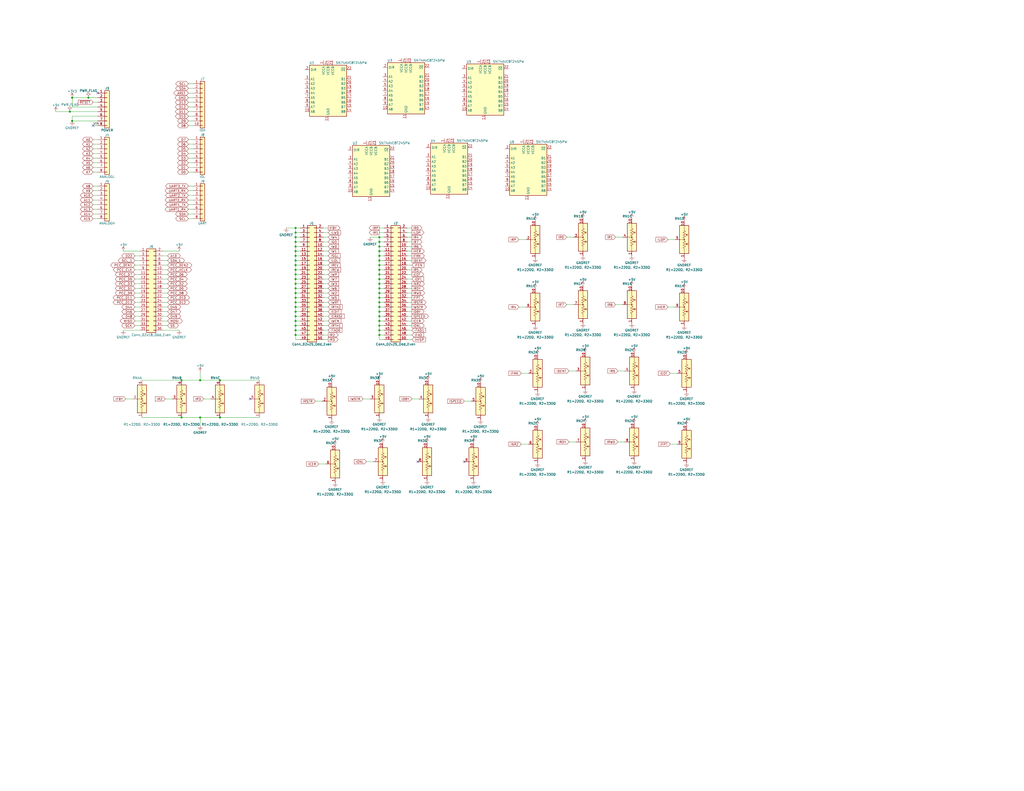
<source format=kicad_sch>
(kicad_sch (version 20211123) (generator eeschema)
  (paper "C")
  (title_block (title "Pertec Arduino Adapter (bdb004)") (date "2022-04-21") (company "Bjoren Davis") (comment 1 "in the Arduino Mega form factor.") (comment 2 "for an Adafruit Metro M4 Grand Central, which is a board") (comment 3 "interface and an Arduino Mega.  It is set up specifically") (comment 4 "This design is a coupler between a Pertec magnetic tape"))
  (lib_symbols
    (symbol "pertec_arduino_adapter:Conn_01x08" (pin_names (offset 1.016) hide)
      (property "Reference" "J" (at 0 10.16 0))
      (property "Value" "Conn_01x08" (at 0 -12.7 0))
      (symbol "Conn_01x08_1_1"
        (pin passive line (at -5.08 7.62 0) (length 3.81) (name "Pin_1") (number "1"))
        (pin passive line (at -5.08 5.08 0) (length 3.81) (name "Pin_2") (number "2"))
        (pin passive line (at -5.08 2.54 0) (length 3.81) (name "Pin_3") (number "3"))
        (pin passive line (at -5.08 0 0) (length 3.81) (name "Pin_4") (number "4"))
        (pin passive line (at -5.08 -2.54 0) (length 3.81) (name "Pin_5") (number "5"))
        (pin passive line (at -5.08 -5.08 0) (length 3.81) (name "Pin_6") (number "6"))
        (pin passive line (at -5.08 -7.62 0) (length 3.81) (name "Pin_7") (number "7"))
        (pin passive line (at -5.08 -10.16 0) (length 3.81) (name "Pin_8") (number "8"))
      )
    )
    (symbol "pertec_arduino_adapter:Conn_01x10" (pin_names (offset 1.016) hide)
      (property "Reference" "J" (at 0 12.7 0))
      (property "Value" "Conn_01x10" (at 0 -15.24 0))
      (symbol "Conn_01x10_1_1"
        (pin passive line (at -5.08 10.16 0) (length 3.81) (name "Pin_1") (number "1"))
        (pin passive line (at -5.08 -12.7 0) (length 3.81) (name "Pin_10") (number "10"))
        (pin passive line (at -5.08 7.62 0) (length 3.81) (name "Pin_2") (number "2"))
        (pin passive line (at -5.08 5.08 0) (length 3.81) (name "Pin_3") (number "3"))
        (pin passive line (at -5.08 2.54 0) (length 3.81) (name "Pin_4") (number "4"))
        (pin passive line (at -5.08 0 0) (length 3.81) (name "Pin_5") (number "5"))
        (pin passive line (at -5.08 -2.54 0) (length 3.81) (name "Pin_6") (number "6"))
        (pin passive line (at -5.08 -5.08 0) (length 3.81) (name "Pin_7") (number "7"))
        (pin passive line (at -5.08 -7.62 0) (length 3.81) (name "Pin_8") (number "8"))
        (pin passive line (at -5.08 -10.16 0) (length 3.81) (name "Pin_9") (number "9"))
      )
    )
    (symbol "pertec_arduino_adapter:Conn_02x18_Odd_Even" (pin_names (offset 1.016) hide)
      (property "Reference" "J" (at 1.27 22.86 0))
      (property "Value" "Conn_02x18_Odd_Even" (at 1.27 -25.4 0))
      (symbol "Conn_02x18_Odd_Even_1_1"
        (pin passive line (at -5.08 20.32 0) (length 3.81) (name "Pin_1") (number "1"))
        (pin passive line (at 7.62 10.16 180) (length 3.81) (name "Pin_10") (number "10"))
        (pin passive line (at -5.08 7.62 0) (length 3.81) (name "Pin_11") (number "11"))
        (pin passive line (at 7.62 7.62 180) (length 3.81) (name "Pin_12") (number "12"))
        (pin passive line (at -5.08 5.08 0) (length 3.81) (name "Pin_13") (number "13"))
        (pin passive line (at 7.62 5.08 180) (length 3.81) (name "Pin_14") (number "14"))
        (pin passive line (at -5.08 2.54 0) (length 3.81) (name "Pin_15") (number "15"))
        (pin passive line (at 7.62 2.54 180) (length 3.81) (name "Pin_16") (number "16"))
        (pin passive line (at -5.08 0 0) (length 3.81) (name "Pin_17") (number "17"))
        (pin passive line (at 7.62 0 180) (length 3.81) (name "Pin_18") (number "18"))
        (pin passive line (at -5.08 -2.54 0) (length 3.81) (name "Pin_19") (number "19"))
        (pin passive line (at 7.62 20.32 180) (length 3.81) (name "Pin_2") (number "2"))
        (pin passive line (at 7.62 -2.54 180) (length 3.81) (name "Pin_20") (number "20"))
        (pin passive line (at -5.08 -5.08 0) (length 3.81) (name "Pin_21") (number "21"))
        (pin passive line (at 7.62 -5.08 180) (length 3.81) (name "Pin_22") (number "22"))
        (pin passive line (at -5.08 -7.62 0) (length 3.81) (name "Pin_23") (number "23"))
        (pin passive line (at 7.62 -7.62 180) (length 3.81) (name "Pin_24") (number "24"))
        (pin passive line (at -5.08 -10.16 0) (length 3.81) (name "Pin_25") (number "25"))
        (pin passive line (at 7.62 -10.16 180) (length 3.81) (name "Pin_26") (number "26"))
        (pin passive line (at -5.08 -12.7 0) (length 3.81) (name "Pin_27") (number "27"))
        (pin passive line (at 7.62 -12.7 180) (length 3.81) (name "Pin_28") (number "28"))
        (pin passive line (at -5.08 -15.24 0) (length 3.81) (name "Pin_29") (number "29"))
        (pin passive line (at -5.08 17.78 0) (length 3.81) (name "Pin_3") (number "3"))
        (pin passive line (at 7.62 -15.24 180) (length 3.81) (name "Pin_30") (number "30"))
        (pin passive line (at -5.08 -17.78 0) (length 3.81) (name "Pin_31") (number "31"))
        (pin passive line (at 7.62 -17.78 180) (length 3.81) (name "Pin_32") (number "32"))
        (pin passive line (at -5.08 -20.32 0) (length 3.81) (name "Pin_33") (number "33"))
        (pin passive line (at 7.62 -20.32 180) (length 3.81) (name "Pin_34") (number "34"))
        (pin passive line (at -5.08 -22.86 0) (length 3.81) (name "Pin_35") (number "35"))
        (pin passive line (at 7.62 -22.86 180) (length 3.81) (name "Pin_36") (number "36"))
        (pin passive line (at 7.62 17.78 180) (length 3.81) (name "Pin_4") (number "4"))
        (pin passive line (at -5.08 15.24 0) (length 3.81) (name "Pin_5") (number "5"))
        (pin passive line (at 7.62 15.24 180) (length 3.81) (name "Pin_6") (number "6"))
        (pin passive line (at -5.08 12.7 0) (length 3.81) (name "Pin_7") (number "7"))
        (pin passive line (at 7.62 12.7 180) (length 3.81) (name "Pin_8") (number "8"))
        (pin passive line (at -5.08 10.16 0) (length 3.81) (name "Pin_9") (number "9"))
      )
    )
    (symbol "pertec_arduino_adapter:Conn_02x25_Odd_Even" (pin_names (offset 1.016) hide)
      (property "Reference" "J" (at 1.27 33.02 0))
      (property "Value" "Conn_02x25_Odd_Even" (at 1.27 -33.02 0))
      (symbol "Conn_02x25_Odd_Even_1_1"
        (pin passive line (at -5.08 30.48 0) (length 3.81) (name "Pin_1") (number "1"))
        (pin passive line (at 7.62 20.32 180) (length 3.81) (name "Pin_10") (number "10"))
        (pin passive line (at -5.08 17.78 0) (length 3.81) (name "Pin_11") (number "11"))
        (pin passive line (at 7.62 17.78 180) (length 3.81) (name "Pin_12") (number "12"))
        (pin passive line (at -5.08 15.24 0) (length 3.81) (name "Pin_13") (number "13"))
        (pin passive line (at 7.62 15.24 180) (length 3.81) (name "Pin_14") (number "14"))
        (pin passive line (at -5.08 12.7 0) (length 3.81) (name "Pin_15") (number "15"))
        (pin passive line (at 7.62 12.7 180) (length 3.81) (name "Pin_16") (number "16"))
        (pin passive line (at -5.08 10.16 0) (length 3.81) (name "Pin_17") (number "17"))
        (pin passive line (at 7.62 10.16 180) (length 3.81) (name "Pin_18") (number "18"))
        (pin passive line (at -5.08 7.62 0) (length 3.81) (name "Pin_19") (number "19"))
        (pin passive line (at 7.62 30.48 180) (length 3.81) (name "Pin_2") (number "2"))
        (pin passive line (at 7.62 7.62 180) (length 3.81) (name "Pin_20") (number "20"))
        (pin passive line (at -5.08 5.08 0) (length 3.81) (name "Pin_21") (number "21"))
        (pin passive line (at 7.62 5.08 180) (length 3.81) (name "Pin_22") (number "22"))
        (pin passive line (at -5.08 2.54 0) (length 3.81) (name "Pin_23") (number "23"))
        (pin passive line (at 7.62 2.54 180) (length 3.81) (name "Pin_24") (number "24"))
        (pin passive line (at -5.08 0 0) (length 3.81) (name "Pin_25") (number "25"))
        (pin passive line (at 7.62 0 180) (length 3.81) (name "Pin_26") (number "26"))
        (pin passive line (at -5.08 -2.54 0) (length 3.81) (name "Pin_27") (number "27"))
        (pin passive line (at 7.62 -2.54 180) (length 3.81) (name "Pin_28") (number "28"))
        (pin passive line (at -5.08 -5.08 0) (length 3.81) (name "Pin_29") (number "29"))
        (pin passive line (at -5.08 27.94 0) (length 3.81) (name "Pin_3") (number "3"))
        (pin passive line (at 7.62 -5.08 180) (length 3.81) (name "Pin_30") (number "30"))
        (pin passive line (at -5.08 -7.62 0) (length 3.81) (name "Pin_31") (number "31"))
        (pin passive line (at 7.62 -7.62 180) (length 3.81) (name "Pin_32") (number "32"))
        (pin passive line (at -5.08 -10.16 0) (length 3.81) (name "Pin_33") (number "33"))
        (pin passive line (at 7.62 -10.16 180) (length 3.81) (name "Pin_34") (number "34"))
        (pin passive line (at -5.08 -12.7 0) (length 3.81) (name "Pin_35") (number "35"))
        (pin passive line (at 7.62 -12.7 180) (length 3.81) (name "Pin_36") (number "36"))
        (pin passive line (at -5.08 -15.24 0) (length 3.81) (name "Pin_37") (number "37"))
        (pin passive line (at 7.62 -15.24 180) (length 3.81) (name "Pin_38") (number "38"))
        (pin passive line (at -5.08 -17.78 0) (length 3.81) (name "Pin_39") (number "39"))
        (pin passive line (at 7.62 27.94 180) (length 3.81) (name "Pin_4") (number "4"))
        (pin passive line (at 7.62 -17.78 180) (length 3.81) (name "Pin_40") (number "40"))
        (pin passive line (at -5.08 -20.32 0) (length 3.81) (name "Pin_41") (number "41"))
        (pin passive line (at 7.62 -20.32 180) (length 3.81) (name "Pin_42") (number "42"))
        (pin passive line (at -5.08 -22.86 0) (length 3.81) (name "Pin_43") (number "43"))
        (pin passive line (at 7.62 -22.86 180) (length 3.81) (name "Pin_44") (number "44"))
        (pin passive line (at -5.08 -25.4 0) (length 3.81) (name "Pin_45") (number "45"))
        (pin passive line (at 7.62 -25.4 180) (length 3.81) (name "Pin_46") (number "46"))
        (pin passive line (at -5.08 -27.94 0) (length 3.81) (name "Pin_47") (number "47"))
        (pin passive line (at 7.62 -27.94 180) (length 3.81) (name "Pin_48") (number "48"))
        (pin passive line (at -5.08 -30.48 0) (length 3.81) (name "Pin_49") (number "49"))
        (pin passive line (at -5.08 25.4 0) (length 3.81) (name "Pin_5") (number "5"))
        (pin passive line (at 7.62 -30.48 180) (length 3.81) (name "Pin_50") (number "50"))
        (pin passive line (at 7.62 25.4 180) (length 3.81) (name "Pin_6") (number "6"))
        (pin passive line (at -5.08 22.86 0) (length 3.81) (name "Pin_7") (number "7"))
        (pin passive line (at 7.62 22.86 180) (length 3.81) (name "Pin_8") (number "8"))
        (pin passive line (at -5.08 20.32 0) (length 3.81) (name "Pin_9") (number "9"))
      )
    )
    (symbol "pertec_arduino_adapter:R_DualNetwork_16R" (pin_names (offset 0) hide)
      (property "Reference" "RN" (at -2.54 11.43 0))
      (symbol "R_DualNetwork_16R_0_0"
        (text " R1" (at 1.27 2.54 0) (effects (font (size 0.635 0.635))))
        (text " R2" (at 1.27 -2.54 0) (effects (font (size 0.635 0.635))))
      )
      (symbol "R_DualNetwork_16R_0_1"
        (pin passive line (at 0 -10.16 90) (length 2.54) (name "1") (number "1"))
        (pin passive line (at 0 10.16 270) (length 2.54) (name "10") (number "10"))
      )
      (symbol "R_DualNetwork_16R_1_1"
        (pin passive line (at -5.08 0 0) (length 2.54) (name "2") (number "2"))
      )
      (symbol "R_DualNetwork_16R_2_1"
        (pin passive line (at -5.08 0 0) (length 2.54) (name "3") (number "3"))
      )
      (symbol "R_DualNetwork_16R_3_1"
        (pin passive line (at -5.08 0 0) (length 2.54) (name "4") (number "4"))
      )
      (symbol "R_DualNetwork_16R_4_1"
        (pin passive line (at -5.08 0 0) (length 2.54) (name "5") (number "5"))
      )
      (symbol "R_DualNetwork_16R_5_1"
        (pin passive line (at -5.08 0 0) (length 2.54) (name "6") (number "6"))
      )
      (symbol "R_DualNetwork_16R_6_1"
        (pin passive line (at -5.08 0 0) (length 2.54) (name "7") (number "7"))
      )
      (symbol "R_DualNetwork_16R_7_1"
        (pin passive line (at -5.08 0 0) (length 2.54) (name "8") (number "8"))
      )
      (symbol "R_DualNetwork_16R_8_1"
        (pin passive line (at -5.08 0 0) (length 2.54) (name "9") (number "9"))
      )
    )
    (symbol "pertec_arduino_adapter:R_DualNetwork_8R" (pin_names (offset 0) hide)
      (property "Reference" "RN" (at -2.54 11.43 0))
      (symbol "R_DualNetwork_8R_0_0"
        (text " R1" (at 1.27 2.54 0) (effects (font (size 0.635 0.635))))
        (text " R2" (at 1.27 -2.54 0) (effects (font (size 0.635 0.635))))
      )
      (symbol "R_DualNetwork_8R_0_1"
        (pin passive line (at 0 -10.16 90) (length 2.54) (name "1") (number "1"))
        (pin passive line (at 0 10.16 270) (length 2.54) (name "6") (number "6"))
      )
      (symbol "R_DualNetwork_8R_1_1"
        (pin passive line (at -5.08 0 0) (length 2.54) (name "2") (number "2"))
      )
      (symbol "R_DualNetwork_8R_2_1"
        (pin passive line (at -5.08 0 0) (length 2.54) (name "3") (number "3"))
      )
      (symbol "R_DualNetwork_8R_3_1"
        (pin passive line (at -5.08 0 0) (length 2.54) (name "4") (number "4"))
      )
      (symbol "R_DualNetwork_8R_4_1"
        (pin passive line (at -5.08 0 0) (length 2.54) (name "5") (number "5"))
      )
    )
    (symbol "pertec_arduino_adapter:SN74AVC8T245PW"
      (property "Reference" "U" (at -8.89 13.97 0))
      (property "Value" "SN74AVC8T245PW" (at 12.7 13.97 0))
      (symbol "SN74AVC8T245PW_1_1"
        (pin power_in line (at -2.54 15.24 270) (length 2.54) (name "VCCA") (number "1"))
        (pin bidirectional line (at -12.7 -12.7 0) (length 2.54) (name "A8") (number "10"))
        (pin power_in line (at 0 -17.78 90) (length 2.54) (name "GND") (number "11"))
        (pin passive line (at 0 -17.78 90) (length 2.54) hide (name "GND") (number "12"))
        (pin passive line (at 0 -17.78 90) (length 2.54) hide (name "GND") (number "13"))
        (pin bidirectional line (at 12.7 -12.7 180) (length 2.54) (name "B8") (number "14"))
        (pin bidirectional line (at 12.7 -10.16 180) (length 2.54) (name "B7") (number "15"))
        (pin bidirectional line (at 12.7 -7.62 180) (length 2.54) (name "B6") (number "16"))
        (pin bidirectional line (at 12.7 -5.08 180) (length 2.54) (name "B5") (number "17"))
        (pin bidirectional line (at 12.7 -2.54 180) (length 2.54) (name "B4") (number "18"))
        (pin bidirectional line (at 12.7 0 180) (length 2.54) (name "B3") (number "19"))
        (pin input line (at -12.7 10.16 0) (length 2.54) (name "DIR") (number "2"))
        (pin bidirectional line (at 12.7 2.54 180) (length 2.54) (name "B2") (number "20"))
        (pin bidirectional line (at 12.7 5.08 180) (length 2.54) (name "B1") (number "21"))
        (pin input line (at 12.7 10.16 180) (length 2.54) (name "~{OE}") (number "22"))
        (pin power_in line (at 2.54 15.24 270) (length 2.54) (name "VCCB") (number "23"))
        (pin power_in line (at 0 15.24 270) (length 2.54) (name "VCCB") (number "24"))
        (pin bidirectional line (at -12.7 5.08 0) (length 2.54) (name "A1") (number "3"))
        (pin bidirectional line (at -12.7 2.54 0) (length 2.54) (name "A2") (number "4"))
        (pin bidirectional line (at -12.7 0 0) (length 2.54) (name "A3") (number "5"))
        (pin bidirectional line (at -12.7 -2.54 0) (length 2.54) (name "A4") (number "6"))
        (pin bidirectional line (at -12.7 -5.08 0) (length 2.54) (name "A5") (number "7"))
        (pin bidirectional line (at -12.7 -7.62 0) (length 2.54) (name "A6") (number "8"))
        (pin bidirectional line (at -12.7 -10.16 0) (length 2.54) (name "A7") (number "9"))
      )
    )
    (symbol "power:+3.3V" (power) (pin_names (offset 0))
      (property "Value" "+3.3V" (at 0 3.556 0))
      (symbol "+3.3V_1_1"
        (pin power_in line (at 0 0 90) (length 0) hide (name "+3V3") (number "1"))
      )
    )
    (symbol "power:+5V" (power) (pin_names (offset 0))
      (property "Value" "+5V" (at 0 3.556 0))
      (symbol "+5V_1_1"
        (pin power_in line (at 0 0 90) (length 0) hide (name "+5V") (number "1"))
      )
    )
    (symbol "power:GNDREF" (power) (pin_names (offset 0))
      (property "Value" "GNDREF" (at 0 -3.81 0))
      (symbol "GNDREF_1_1"
        (pin power_in line (at 0 0 270) (length 0) hide (name "GNDREF") (number "1"))
      )
    )
    (symbol "power:PWR_FLAG" (power) (pin_numbers hide) (pin_names (offset 0) hide)
      (property "Value" "PWR_FLAG" (at 0 3.81 0))
      (symbol "PWR_FLAG_0_0"
        (pin power_out line (at 0 0 90) (length 0) (name "pwr") (number "1"))
      )
    )
  )
  (junction (at 207.01 149.86))
  (junction (at 48.26 53.34))
  (junction (at 161.29 170.18))
  (junction (at 207.01 167.64))
  (junction (at 207.01 154.94))
  (junction (at 207.01 160.02))
  (junction (at 207.01 132.08))
  (junction (at 161.29 182.88))
  (junction (at 161.29 147.32))
  (junction (at 161.29 152.4))
  (junction (at 161.29 157.48))
  (junction (at 207.01 134.62))
  (junction (at 161.29 144.78))
  (junction (at 207.01 177.8))
  (junction (at 207.01 129.54))
  (junction (at 161.29 149.86))
  (junction (at 161.29 177.8))
  (junction (at 207.01 152.4))
  (junction (at 161.29 142.24))
  (junction (at 99.06 207.645))
  (junction (at 39.37 53.34))
  (junction (at 207.01 165.1))
  (junction (at 207.01 137.16))
  (junction (at 38.1 60.96))
  (junction (at 207.01 170.18))
  (junction (at 161.29 127))
  (junction (at 120.015 207.645))
  (junction (at 109.22 207.645))
  (junction (at 207.01 144.78))
  (junction (at 207.01 139.7))
  (junction (at 161.29 154.94))
  (junction (at 120.015 227.965))
  (junction (at 161.29 180.34))
  (junction (at 161.29 175.26))
  (junction (at 161.29 129.54))
  (junction (at 207.01 182.88))
  (junction (at 161.29 132.08))
  (junction (at 207.01 175.26))
  (junction (at 207.01 172.72))
  (junction (at 161.29 165.1))
  (junction (at 161.29 172.72))
  (junction (at 161.29 160.02))
  (junction (at 207.01 147.32))
  (junction (at 109.22 227.965))
  (junction (at 99.06 227.965))
  (junction (at 161.29 167.64))
  (junction (at 161.29 137.16))
  (junction (at 207.01 157.48))
  (junction (at 207.01 180.34))
  (junction (at 39.37 66.04))
  (junction (at 161.29 162.56))
  (junction (at 207.01 162.56))
  (junction (at 161.29 139.7))
  (junction (at 161.29 134.62))
  (junction (at 161.29 124.46))
  (junction (at 207.01 142.24))
  (no_connect (at 53.34 50.8))
  (no_connect (at 253.365 252.095))
  (no_connect (at 227.965 252.095))
  (no_connect (at 136.525 217.805))
  (no_connect (at 50.8 68.58))
  (wire (pts (xy 310.515 241.3) (xy 314.325 241.3)))
  (wire (pts (xy 88.9 180.34) (xy 97.79 180.34)))
  (wire (pts (xy 102.87 63.5) (xy 105.41 63.5)))
  (wire (pts (xy 161.29 134.62) (xy 161.29 132.08)))
  (wire (pts (xy 120.015 207.645) (xy 141.605 207.645)))
  (wire (pts (xy 163.83 149.86) (xy 161.29 149.86)))
  (wire (pts (xy 179.07 160.02) (xy 176.53 160.02)))
  (wire (pts (xy 179.07 127) (xy 176.53 127)))
  (wire (pts (xy 179.07 180.34) (xy 176.53 180.34)))
  (wire (pts (xy 179.07 152.4) (xy 176.53 152.4)))
  (wire (pts (xy 39.37 63.5) (xy 39.37 66.04)))
  (wire (pts (xy 161.29 177.8) (xy 161.29 175.26)))
  (wire (pts (xy 161.29 154.94) (xy 161.29 152.4)))
  (wire (pts (xy 207.01 152.4) (xy 207.01 154.94)))
  (wire (pts (xy 68.58 217.805) (xy 72.39 217.805)))
  (wire (pts (xy 88.9 144.78) (xy 91.44 144.78)))
  (wire (pts (xy 88.9 170.18) (xy 91.44 170.18)))
  (wire (pts (xy 224.79 142.24) (xy 222.25 142.24)))
  (wire (pts (xy 163.83 177.8) (xy 161.29 177.8)))
  (wire (pts (xy 224.79 134.62) (xy 222.25 134.62)))
  (wire (pts (xy 102.87 88.9) (xy 105.41 88.9)))
  (wire (pts (xy 76.2 147.32) (xy 73.66 147.32)))
  (wire (pts (xy 163.83 147.32) (xy 161.29 147.32)))
  (wire (pts (xy 163.83 180.34) (xy 161.29 180.34)))
  (wire (pts (xy 76.2 180.34) (xy 67.31 180.34)))
  (wire (pts (xy 163.83 152.4) (xy 161.29 152.4)))
  (wire (pts (xy 161.29 127) (xy 161.29 124.46)))
  (wire (pts (xy 161.29 172.72) (xy 161.29 170.18)))
  (wire (pts (xy 207.01 182.88) (xy 207.01 185.42)))
  (wire (pts (xy 201.93 129.54) (xy 207.01 129.54)))
  (wire (pts (xy 50.8 88.9) (xy 53.34 88.9)))
  (wire (pts (xy 102.87 104.14) (xy 105.41 104.14)))
  (wire (pts (xy 48.26 53.34) (xy 53.34 53.34)))
  (wire (pts (xy 209.55 170.18) (xy 207.01 170.18)))
  (wire (pts (xy 102.87 114.3) (xy 105.41 114.3)))
  (wire (pts (xy 102.87 83.82) (xy 105.41 83.82)))
  (wire (pts (xy 76.2 162.56) (xy 73.66 162.56)))
  (wire (pts (xy 163.83 129.54) (xy 161.29 129.54)))
  (wire (pts (xy 161.29 139.7) (xy 161.29 137.16)))
  (wire (pts (xy 365.76 203.835) (xy 369.57 203.835)))
  (wire (pts (xy 102.87 91.44) (xy 105.41 91.44)))
  (wire (pts (xy 77.47 207.645) (xy 99.06 207.645)))
  (wire (pts (xy 76.2 175.26) (xy 73.66 175.26)))
  (wire (pts (xy 88.9 139.7) (xy 91.44 139.7)))
  (wire (pts (xy 207.01 154.94) (xy 207.01 157.48)))
  (wire (pts (xy 102.87 66.04) (xy 105.41 66.04)))
  (wire (pts (xy 88.9 157.48) (xy 91.44 157.48)))
  (wire (pts (xy 207.01 170.18) (xy 207.01 172.72)))
  (wire (pts (xy 90.17 217.805) (xy 93.98 217.805)))
  (wire (pts (xy 161.29 129.54) (xy 161.29 127)))
  (wire (pts (xy 224.79 154.94) (xy 222.25 154.94)))
  (wire (pts (xy 179.07 167.64) (xy 176.53 167.64)))
  (wire (pts (xy 76.2 154.94) (xy 73.66 154.94)))
  (wire (pts (xy 224.79 165.1) (xy 222.25 165.1)))
  (wire (pts (xy 207.01 129.54) (xy 207.01 132.08)))
  (wire (pts (xy 88.9 177.8) (xy 91.44 177.8)))
  (wire (pts (xy 209.55 157.48) (xy 207.01 157.48)))
  (wire (pts (xy 88.9 165.1) (xy 91.44 165.1)))
  (wire (pts (xy 173.99 253.365) (xy 177.8 253.365)))
  (wire (pts (xy 224.79 137.16) (xy 222.25 137.16)))
  (wire (pts (xy 99.06 227.965) (xy 109.22 227.965)))
  (wire (pts (xy 209.55 132.08) (xy 207.01 132.08)))
  (wire (pts (xy 50.8 91.44) (xy 53.34 91.44)))
  (wire (pts (xy 102.87 111.76) (xy 105.41 111.76)))
  (wire (pts (xy 76.2 142.24) (xy 73.66 142.24)))
  (wire (pts (xy 209.55 180.34) (xy 207.01 180.34)))
  (wire (pts (xy 179.07 170.18) (xy 176.53 170.18)))
  (wire (pts (xy 161.29 137.16) (xy 161.29 134.62)))
  (wire (pts (xy 102.87 109.22) (xy 105.41 109.22)))
  (wire (pts (xy 224.79 162.56) (xy 222.25 162.56)))
  (wire (pts (xy 179.07 137.16) (xy 176.53 137.16)))
  (wire (pts (xy 161.29 152.4) (xy 161.29 149.86)))
  (wire (pts (xy 161.29 182.88) (xy 161.29 180.34)))
  (wire (pts (xy 50.8 104.14) (xy 53.34 104.14)))
  (wire (pts (xy 200.025 252.095) (xy 203.835 252.095)))
  (wire (pts (xy 365.76 242.57) (xy 369.57 242.57)))
  (wire (pts (xy 209.55 185.42) (xy 207.01 185.42)))
  (wire (pts (xy 50.8 83.82) (xy 53.34 83.82)))
  (wire (pts (xy 102.87 119.38) (xy 105.41 119.38)))
  (wire (pts (xy 224.79 124.46) (xy 222.25 124.46)))
  (wire (pts (xy 163.83 132.08) (xy 161.29 132.08)))
  (wire (pts (xy 179.07 149.86) (xy 176.53 149.86)))
  (wire (pts (xy 77.47 227.965) (xy 99.06 227.965)))
  (wire (pts (xy 109.22 207.645) (xy 120.015 207.645)))
  (wire (pts (xy 207.01 177.8) (xy 207.01 180.34)))
  (wire (pts (xy 50.8 68.58) (xy 53.34 68.58)))
  (wire (pts (xy 102.87 101.6) (xy 105.41 101.6)))
  (wire (pts (xy 76.2 152.4) (xy 73.66 152.4)))
  (wire (pts (xy 163.83 182.88) (xy 161.29 182.88)))
  (wire (pts (xy 207.01 162.56) (xy 207.01 165.1)))
  (wire (pts (xy 76.2 172.72) (xy 73.66 172.72)))
  (wire (pts (xy 224.79 172.72) (xy 222.25 172.72)))
  (wire (pts (xy 161.29 160.02) (xy 161.29 157.48)))
  (wire (pts (xy 179.07 185.42) (xy 176.53 185.42)))
  (wire (pts (xy 179.07 144.78) (xy 176.53 144.78)))
  (wire (pts (xy 161.29 144.78) (xy 161.29 142.24)))
  (wire (pts (xy 209.55 177.8) (xy 207.01 177.8)))
  (wire (pts (xy 50.8 116.84) (xy 53.34 116.84)))
  (wire (pts (xy 310.515 202.565) (xy 314.325 202.565)))
  (wire (pts (xy 172.085 219.075) (xy 175.895 219.075)))
  (wire (pts (xy 309.245 129.54) (xy 313.055 129.54)))
  (wire (pts (xy 88.9 160.02) (xy 91.44 160.02)))
  (wire (pts (xy 161.29 132.08) (xy 161.29 129.54)))
  (wire (pts (xy 67.31 137.16) (xy 76.2 137.16)))
  (wire (pts (xy 161.29 157.48) (xy 161.29 154.94)))
  (wire (pts (xy 364.49 130.81) (xy 368.3 130.81)))
  (wire (pts (xy 163.83 139.7) (xy 161.29 139.7)))
  (wire (pts (xy 207.01 142.24) (xy 207.01 144.78)))
  (wire (pts (xy 179.07 162.56) (xy 176.53 162.56)))
  (wire (pts (xy 39.37 66.04) (xy 53.34 66.04)))
  (wire (pts (xy 179.07 157.48) (xy 176.53 157.48)))
  (wire (pts (xy 102.87 76.2) (xy 105.41 76.2)))
  (wire (pts (xy 39.37 53.34) (xy 39.37 58.42)))
  (wire (pts (xy 283.21 167.64) (xy 287.02 167.64)))
  (wire (pts (xy 88.9 167.64) (xy 91.44 167.64)))
  (wire (pts (xy 161.29 180.34) (xy 161.29 177.8)))
  (wire (pts (xy 76.2 149.86) (xy 73.66 149.86)))
  (wire (pts (xy 224.79 175.26) (xy 222.25 175.26)))
  (wire (pts (xy 224.79 160.02) (xy 222.25 160.02)))
  (wire (pts (xy 161.29 142.24) (xy 161.29 139.7)))
  (wire (pts (xy 39.37 53.34) (xy 48.26 53.34)))
  (wire (pts (xy 284.48 203.835) (xy 288.29 203.835)))
  (wire (pts (xy 102.87 106.68) (xy 105.41 106.68)))
  (wire (pts (xy 179.07 124.46) (xy 176.53 124.46)))
  (wire (pts (xy 50.8 106.68) (xy 53.34 106.68)))
  (wire (pts (xy 209.55 152.4) (xy 207.01 152.4)))
  (wire (pts (xy 163.83 172.72) (xy 161.29 172.72)))
  (wire (pts (xy 88.9 142.24) (xy 91.44 142.24)))
  (wire (pts (xy 163.83 124.46) (xy 161.29 124.46)))
  (wire (pts (xy 209.55 154.94) (xy 207.01 154.94)))
  (wire (pts (xy 163.83 154.94) (xy 161.29 154.94)))
  (wire (pts (xy 224.79 152.4) (xy 222.25 152.4)))
  (wire (pts (xy 102.87 93.98) (xy 105.41 93.98)))
  (wire (pts (xy 102.87 53.34) (xy 105.41 53.34)))
  (wire (pts (xy 179.07 165.1) (xy 176.53 165.1)))
  (wire (pts (xy 30.48 60.96) (xy 38.1 60.96)))
  (wire (pts (xy 224.79 167.64) (xy 222.25 167.64)))
  (wire (pts (xy 364.49 167.64) (xy 368.3 167.64)))
  (wire (pts (xy 156.21 124.46) (xy 161.29 124.46)))
  (wire (pts (xy 88.9 172.72) (xy 91.44 172.72)))
  (wire (pts (xy 284.48 242.57) (xy 288.29 242.57)))
  (wire (pts (xy 163.83 167.64) (xy 161.29 167.64)))
  (wire (pts (xy 209.55 162.56) (xy 207.01 162.56)))
  (wire (pts (xy 224.79 170.18) (xy 222.25 170.18)))
  (wire (pts (xy 207.01 144.78) (xy 207.01 147.32)))
  (wire (pts (xy 161.29 175.26) (xy 161.29 172.72)))
  (wire (pts (xy 179.07 147.32) (xy 176.53 147.32)))
  (wire (pts (xy 337.185 241.3) (xy 340.995 241.3)))
  (wire (pts (xy 207.01 180.34) (xy 207.01 182.88)))
  (wire (pts (xy 209.55 182.88) (xy 207.01 182.88)))
  (wire (pts (xy 337.185 202.565) (xy 340.995 202.565)))
  (wire (pts (xy 309.245 166.37) (xy 313.055 166.37)))
  (wire (pts (xy 102.87 48.26) (xy 105.41 48.26)))
  (wire (pts (xy 179.07 172.72) (xy 176.53 172.72)))
  (wire (pts (xy 102.87 86.36) (xy 105.41 86.36)))
  (wire (pts (xy 109.22 227.965) (xy 109.22 232.41)))
  (wire (pts (xy 224.79 180.34) (xy 222.25 180.34)))
  (wire (pts (xy 88.9 175.26) (xy 91.44 175.26)))
  (wire (pts (xy 163.83 157.48) (xy 161.29 157.48)))
  (wire (pts (xy 253.365 219.075) (xy 257.175 219.075)))
  (wire (pts (xy 163.83 144.78) (xy 161.29 144.78)))
  (wire (pts (xy 207.01 139.7) (xy 207.01 142.24)))
  (wire (pts (xy 50.8 114.3) (xy 53.34 114.3)))
  (wire (pts (xy 335.915 129.54) (xy 339.725 129.54)))
  (wire (pts (xy 102.87 45.72) (xy 105.41 45.72)))
  (wire (pts (xy 161.29 162.56) (xy 161.29 160.02)))
  (wire (pts (xy 76.2 177.8) (xy 73.66 177.8)))
  (wire (pts (xy 50.8 86.36) (xy 53.34 86.36)))
  (wire (pts (xy 76.2 160.02) (xy 73.66 160.02)))
  (wire (pts (xy 161.29 167.64) (xy 161.29 165.1)))
  (wire (pts (xy 179.07 142.24) (xy 176.53 142.24)))
  (wire (pts (xy 224.79 182.88) (xy 222.25 182.88)))
  (wire (pts (xy 207.01 137.16) (xy 207.01 139.7)))
  (wire (pts (xy 163.83 134.62) (xy 161.29 134.62)))
  (wire (pts (xy 88.9 149.86) (xy 91.44 149.86)))
  (wire (pts (xy 111.125 217.805) (xy 114.935 217.805)))
  (wire (pts (xy 209.55 149.86) (xy 207.01 149.86)))
  (wire (pts (xy 161.29 170.18) (xy 161.29 167.64)))
  (wire (pts (xy 179.07 134.62) (xy 176.53 134.62)))
  (wire (pts (xy 39.37 63.5) (xy 53.34 63.5)))
  (wire (pts (xy 335.915 166.37) (xy 339.725 166.37)))
  (wire (pts (xy 161.29 147.32) (xy 161.29 144.78)))
  (wire (pts (xy 76.2 139.7) (xy 73.66 139.7)))
  (wire (pts (xy 283.21 130.81) (xy 287.02 130.81)))
  (wire (pts (xy 50.8 119.38) (xy 53.34 119.38)))
  (wire (pts (xy 209.55 142.24) (xy 207.01 142.24)))
  (wire (pts (xy 209.55 139.7) (xy 207.01 139.7)))
  (wire (pts (xy 102.87 81.28) (xy 105.41 81.28)))
  (wire (pts (xy 224.79 127) (xy 222.25 127)))
  (wire (pts (xy 76.2 144.78) (xy 73.66 144.78)))
  (wire (pts (xy 109.22 227.965) (xy 120.015 227.965)))
  (wire (pts (xy 207.01 132.08) (xy 207.01 134.62)))
  (wire (pts (xy 50.8 93.98) (xy 53.34 93.98)))
  (wire (pts (xy 224.79 217.805) (xy 228.6 217.805)))
  (wire (pts (xy 224.79 147.32) (xy 222.25 147.32)))
  (wire (pts (xy 207.01 165.1) (xy 207.01 167.64)))
  (wire (pts (xy 209.55 137.16) (xy 207.01 137.16)))
  (wire (pts (xy 50.8 76.2) (xy 53.34 76.2)))
  (wire (pts (xy 76.2 167.64) (xy 73.66 167.64)))
  (wire (pts (xy 102.87 78.74) (xy 105.41 78.74)))
  (wire (pts (xy 38.1 60.96) (xy 53.34 60.96)))
  (wire (pts (xy 207.01 157.48) (xy 207.01 160.02)))
  (wire (pts (xy 163.83 170.18) (xy 161.29 170.18)))
  (wire (pts (xy 209.55 175.26) (xy 207.01 175.26)))
  (wire (pts (xy 161.29 185.42) (xy 161.29 182.88)))
  (wire (pts (xy 88.9 152.4) (xy 91.44 152.4)))
  (wire (pts (xy 224.79 132.08) (xy 222.25 132.08)))
  (wire (pts (xy 163.83 160.02) (xy 161.29 160.02)))
  (wire (pts (xy 179.07 132.08) (xy 176.53 132.08)))
  (wire (pts (xy 224.79 149.86) (xy 222.25 149.86)))
  (wire (pts (xy 99.06 207.645) (xy 109.22 207.645)))
  (wire (pts (xy 209.55 172.72) (xy 207.01 172.72)))
  (wire (pts (xy 88.9 147.32) (xy 91.44 147.32)))
  (wire (pts (xy 207.01 149.86) (xy 207.01 152.4)))
  (wire (pts (xy 209.55 129.54) (xy 207.01 129.54)))
  (wire (pts (xy 163.83 127) (xy 161.29 127)))
  (wire (pts (xy 179.07 154.94) (xy 176.53 154.94)))
  (wire (pts (xy 102.87 60.96) (xy 105.41 60.96)))
  (wire (pts (xy 209.55 160.02) (xy 207.01 160.02)))
  (wire (pts (xy 102.87 50.8) (xy 105.41 50.8)))
  (wire (pts (xy 102.87 58.42) (xy 105.41 58.42)))
  (wire (pts (xy 179.07 175.26) (xy 176.53 175.26)))
  (wire (pts (xy 209.55 165.1) (xy 207.01 165.1)))
  (wire (pts (xy 163.83 142.24) (xy 161.29 142.24)))
  (wire (pts (xy 50.8 111.76) (xy 53.34 111.76)))
  (wire (pts (xy 39.37 58.42) (xy 53.34 58.42)))
  (wire (pts (xy 224.79 157.48) (xy 222.25 157.48)))
  (wire (pts (xy 179.07 182.88) (xy 176.53 182.88)))
  (wire (pts (xy 88.9 162.56) (xy 91.44 162.56)))
  (wire (pts (xy 76.2 165.1) (xy 73.66 165.1)))
  (wire (pts (xy 163.83 165.1) (xy 161.29 165.1)))
  (wire (pts (xy 224.79 177.8) (xy 222.25 177.8)))
  (wire (pts (xy 207.01 147.32) (xy 207.01 149.86)))
  (wire (pts (xy 120.015 227.965) (xy 141.605 227.965)))
  (wire (pts (xy 88.9 154.94) (xy 91.44 154.94)))
  (wire (pts (xy 102.87 55.88) (xy 105.41 55.88)))
  (wire (pts (xy 209.55 124.46) (xy 207.01 124.46)))
  (wire (pts (xy 207.01 172.72) (xy 207.01 175.26)))
  (wire (pts (xy 224.79 139.7) (xy 222.25 139.7)))
  (wire (pts (xy 209.55 167.64) (xy 207.01 167.64)))
  (wire (pts (xy 224.79 185.42) (xy 222.25 185.42)))
  (wire (pts (xy 50.8 101.6) (xy 53.34 101.6)))
  (wire (pts (xy 50.8 78.74) (xy 53.34 78.74)))
  (wire (pts (xy 207.01 167.64) (xy 207.01 170.18)))
  (wire (pts (xy 102.87 68.58) (xy 105.41 68.58)))
  (wire (pts (xy 161.29 149.86) (xy 161.29 147.32)))
  (wire (pts (xy 224.79 129.54) (xy 222.25 129.54)))
  (wire (pts (xy 109.22 203.2) (xy 109.22 207.645)))
  (wire (pts (xy 224.79 144.78) (xy 222.25 144.78)))
  (wire (pts (xy 76.2 157.48) (xy 73.66 157.48)))
  (wire (pts (xy 198.12 217.805) (xy 201.93 217.805)))
  (wire (pts (xy 163.83 162.56) (xy 161.29 162.56)))
  (wire (pts (xy 207.01 160.02) (xy 207.01 162.56)))
  (wire (pts (xy 50.8 109.22) (xy 53.34 109.22)))
  (wire (pts (xy 207.01 175.26) (xy 207.01 177.8)))
  (wire (pts (xy 161.29 165.1) (xy 161.29 162.56)))
  (wire (pts (xy 209.55 144.78) (xy 207.01 144.78)))
  (wire (pts (xy 88.9 137.16) (xy 97.79 137.16)))
  (wire (pts (xy 163.83 185.42) (xy 161.29 185.42)))
  (wire (pts (xy 50.8 81.28) (xy 53.34 81.28)))
  (wire (pts (xy 179.07 139.7) (xy 176.53 139.7)))
  (wire (pts (xy 102.87 116.84) (xy 105.41 116.84)))
  (wire (pts (xy 179.07 177.8) (xy 176.53 177.8)))
  (wire (pts (xy 209.55 147.32) (xy 207.01 147.32)))
  (wire (pts (xy 163.83 175.26) (xy 161.29 175.26)))
  (wire (pts (xy 209.55 127) (xy 207.01 127)))
  (wire (pts (xy 76.2 170.18) (xy 73.66 170.18)))
  (wire (pts (xy 50.8 55.88) (xy 53.34 55.88)))
  (wire (pts (xy 179.07 129.54) (xy 176.53 129.54)))
  (wire (pts (xy 207.01 134.62) (xy 207.01 137.16)))
  (wire (pts (xy 163.83 137.16) (xy 161.29 137.16)))
  (wire (pts (xy 209.55 134.62) (xy 207.01 134.62)))
  (label "VIN" (at 50.8 68.58 0))
  (global_label "IR3" (shape output) (at 179.07 185.42 0) (property "Intersheet References" "${INTERSHEET_REFS}" (effects hide)))
  (global_label "IWP" (shape input) (at 179.07 149.86 0) (property "Intersheet References" "${INTERSHEET_REFS}" (effects hide)))
  (global_label "IR0" (shape input) (at 309.245 129.54 180) (property "Intersheet References" "${INTERSHEET_REFS}" (effects hide)))
  (global_label "IRDY" (shape output) (at 224.79 157.48 0) (property "Intersheet References" "${INTERSHEET_REFS}" (effects hide)))
  (global_label "ICER" (shape output) (at 224.79 175.26 0) (property "Intersheet References" "${INTERSHEET_REFS}" (effects hide)))
  (global_label "IFEN" (shape input) (at 224.79 144.78 0) (property "Intersheet References" "${INTERSHEET_REFS}" (effects hide)))
  (global_label "PCC_DEN2" (shape bidirectional) (at 91.44 144.78 0) (property "Intersheet References" "${INTERSHEET_REFS}" (effects hide)))
  (global_label "D48" (shape bidirectional) (at 73.66 172.72 180) (property "Intersheet References" "${INTERSHEET_REFS}" (effects hide)))
  (global_label "UART2_RX" (shape bidirectional) (at 102.87 109.22 180) (property "Intersheet References" "${INTERSHEET_REFS}" (effects hide)))
  (global_label "A14" (shape bidirectional) (at 50.8 116.84 180) (property "Intersheet References" "${INTERSHEET_REFS}" (effects hide)))
  (global_label "IRP" (shape input) (at 283.21 130.81 180) (property "Intersheet References" "${INTERSHEET_REFS}" (effects hide)))
  (global_label "D46" (shape bidirectional) (at 73.66 170.18 180) (property "Intersheet References" "${INTERSHEET_REFS}" (effects hide)))
  (global_label "D0" (shape bidirectional) (at 102.87 93.98 180) (property "Intersheet References" "${INTERSHEET_REFS}" (effects hide)))
  (global_label "UART3_TX" (shape bidirectional) (at 102.87 101.6 180) (property "Intersheet References" "${INTERSHEET_REFS}" (effects hide)))
  (global_label "IW1" (shape input) (at 179.07 137.16 0) (property "Intersheet References" "${INTERSHEET_REFS}" (effects hide)))
  (global_label "IREW" (shape input) (at 179.07 147.32 0) (property "Intersheet References" "${INTERSHEET_REFS}" (effects hide)))
  (global_label "IFPT" (shape output) (at 224.79 162.56 0) (property "Intersheet References" "${INTERSHEET_REFS}" (effects hide)))
  (global_label "IR6" (shape output) (at 224.79 134.62 0) (property "Intersheet References" "${INTERSHEET_REFS}" (effects hide)))
  (global_label "UART3_RX" (shape bidirectional) (at 102.87 104.14 180) (property "Intersheet References" "${INTERSHEET_REFS}" (effects hide)))
  (global_label "PCC_DEN1" (shape bidirectional) (at 73.66 144.78 180) (property "Intersheet References" "${INTERSHEET_REFS}" (effects hide)))
  (global_label "D7" (shape bidirectional) (at 102.87 76.2 180) (property "Intersheet References" "${INTERSHEET_REFS}" (effects hide)))
  (global_label "PCC_XCLK" (shape bidirectional) (at 91.44 147.32 0) (property "Intersheet References" "${INTERSHEET_REFS}" (effects hide)))
  (global_label "IFMK" (shape input) (at 284.48 203.835 180) (property "Intersheet References" "${INTERSHEET_REFS}" (effects hide)))
  (global_label "ITAD1" (shape input) (at 224.79 180.34 0) (property "Intersheet References" "${INTERSHEET_REFS}" (effects hide)))
  (global_label "INRZ" (shape input) (at 284.48 242.57 180) (property "Intersheet References" "${INTERSHEET_REFS}" (effects hide)))
  (global_label "PCC_D9" (shape bidirectional) (at 73.66 160.02 180) (property "Intersheet References" "${INTERSHEET_REFS}" (effects hide)))
  (global_label "IOFL" (shape input) (at 224.79 152.4 0) (property "Intersheet References" "${INTERSHEET_REFS}" (effects hide)))
  (global_label "A11" (shape bidirectional) (at 50.8 109.22 180) (property "Intersheet References" "${INTERSHEET_REFS}" (effects hide)))
  (global_label "IR5" (shape input) (at 337.185 202.565 180) (property "Intersheet References" "${INTERSHEET_REFS}" (effects hide)))
  (global_label "D44" (shape bidirectional) (at 73.66 167.64 180) (property "Intersheet References" "${INTERSHEET_REFS}" (effects hide)))
  (global_label "IDBY" (shape input) (at 224.79 217.805 180) (property "Intersheet References" "${INTERSHEET_REFS}" (effects hide)))
  (global_label "PCC_D11" (shape bidirectional) (at 73.66 162.56 180) (property "Intersheet References" "${INTERSHEET_REFS}" (effects hide)))
  (global_label "IDBY" (shape output) (at 224.79 170.18 0) (property "Intersheet References" "${INTERSHEET_REFS}" (effects hide)))
  (global_label "PCC_D2" (shape bidirectional) (at 91.44 154.94 0) (property "Intersheet References" "${INTERSHEET_REFS}" (effects hide)))
  (global_label "PCC_D3" (shape bidirectional) (at 73.66 154.94 180) (property "Intersheet References" "${INTERSHEET_REFS}" (effects hide)))
  (global_label "IONL" (shape input) (at 200.025 252.095 180) (property "Intersheet References" "${INTERSHEET_REFS}" (effects hide)))
  (global_label "A4" (shape bidirectional) (at 50.8 86.36 180) (property "Intersheet References" "${INTERSHEET_REFS}" (effects hide)))
  (global_label "IR7" (shape output) (at 224.79 132.08 0) (property "Intersheet References" "${INTERSHEET_REFS}" (effects hide)))
  (global_label "A15" (shape bidirectional) (at 50.8 119.38 180) (property "Intersheet References" "${INTERSHEET_REFS}" (effects hide)))
  (global_label "IONL" (shape output) (at 224.79 177.8 0) (property "Intersheet References" "${INTERSHEET_REFS}" (effects hide)))
  (global_label "IEOT" (shape input) (at 365.76 203.835 180) (property "Intersheet References" "${INTERSHEET_REFS}" (effects hide)))
  (global_label "IR0" (shape output) (at 224.79 124.46 0) (property "Intersheet References" "${INTERSHEET_REFS}" (effects hide)))
  (global_label "IR1" (shape input) (at 335.915 129.54 180) (property "Intersheet References" "${INTERSHEET_REFS}" (effects hide)))
  (global_label "A9" (shape bidirectional) (at 50.8 104.14 180) (property "Intersheet References" "${INTERSHEET_REFS}" (effects hide)))
  (global_label "A13" (shape bidirectional) (at 50.8 114.3 180) (property "Intersheet References" "${INTERSHEET_REFS}" (effects hide)))
  (global_label "IFBY" (shape output) (at 179.07 124.46 0) (property "Intersheet References" "${INTERSHEET_REFS}" (effects hide)))
  (global_label "IRWD" (shape output) (at 224.79 160.02 0) (property "Intersheet References" "${INTERSHEET_REFS}" (effects hide)))
  (global_label "PCC_D1" (shape bidirectional) (at 73.66 157.48 180) (property "Intersheet References" "${INTERSHEET_REFS}" (effects hide)))
  (global_label "IREV" (shape input) (at 179.07 144.78 0) (property "Intersheet References" "${INTERSHEET_REFS}" (effects hide)))
  (global_label "IR1" (shape output) (at 207.01 127 180) (property "Intersheet References" "${INTERSHEET_REFS}" (effects hide)))
  (global_label "A2" (shape bidirectional) (at 50.8 81.28 180) (property "Intersheet References" "${INTERSHEET_REFS}" (effects hide)))
  (global_label "D49" (shape bidirectional) (at 91.44 172.72 0) (property "Intersheet References" "${INTERSHEET_REFS}" (effects hide)))
  (global_label "IEOT" (shape output) (at 224.79 149.86 0) (property "Intersheet References" "${INTERSHEET_REFS}" (effects hide)))
  (global_label "IRWD" (shape input) (at 337.185 241.3 180) (property "Intersheet References" "${INTERSHEET_REFS}" (effects hide)))
  (global_label "PCC_D5" (shape bidirectional) (at 73.66 152.4 180) (property "Intersheet References" "${INTERSHEET_REFS}" (effects hide)))
  (global_label "IWSTR" (shape output) (at 224.79 167.64 0) (property "Intersheet References" "${INTERSHEET_REFS}" (effects hide)))
  (global_label "PCC_D12" (shape bidirectional) (at 91.44 165.1 0) (property "Intersheet References" "${INTERSHEET_REFS}" (effects hide)))
  (global_label "IDENT" (shape output) (at 224.79 142.24 0) (property "Intersheet References" "${INTERSHEET_REFS}" (effects hide)))
  (global_label "IWRT" (shape input) (at 179.07 165.1 0) (property "Intersheet References" "${INTERSHEET_REFS}" (effects hide)))
  (global_label "ITAD0" (shape input) (at 179.07 180.34 0) (property "Intersheet References" "${INTERSHEET_REFS}" (effects hide)))
  (global_label "IWSTR" (shape input) (at 198.12 217.805 180) (property "Intersheet References" "${INTERSHEET_REFS}" (effects hide)))
  (global_label "IRTH2" (shape input) (at 179.07 167.64 0) (property "Intersheet References" "${INTERSHEET_REFS}" (effects hide)))
  (global_label "MOSI" (shape bidirectional) (at 91.44 175.26 0) (property "Intersheet References" "${INTERSHEET_REFS}" (effects hide)))
  (global_label "PCC_D7" (shape bidirectional) (at 73.66 149.86 180) (property "Intersheet References" "${INTERSHEET_REFS}" (effects hide)))
  (global_label "IEDIT" (shape input) (at 179.07 170.18 0) (property "Intersheet References" "${INTERSHEET_REFS}" (effects hide)))
  (global_label "~{RESET}" (shape input) (at 50.8 55.88 180) (property "Intersheet References" "${INTERSHEET_REFS}" (effects hide)))
  (global_label "IW3" (shape input) (at 179.07 154.94 0) (property "Intersheet References" "${INTERSHEET_REFS}" (effects hide)))
  (global_label "IHISP" (shape input) (at 224.79 185.42 0) (property "Intersheet References" "${INTERSHEET_REFS}" (effects hide)))
  (global_label "D22" (shape bidirectional) (at 73.66 139.7 180) (property "Intersheet References" "${INTERSHEET_REFS}" (effects hide)))
  (global_label "D2" (shape bidirectional) (at 102.87 88.9 180) (property "Intersheet References" "${INTERSHEET_REFS}" (effects hide)))
  (global_label "IW5" (shape input) (at 179.07 162.56 0) (property "Intersheet References" "${INTERSHEET_REFS}" (effects hide)))
  (global_label "IHER" (shape input) (at 364.49 167.64 180) (property "Intersheet References" "${INTERSHEET_REFS}" (effects hide)))
  (global_label "IDENT" (shape input) (at 310.515 202.565 180) (property "Intersheet References" "${INTERSHEET_REFS}" (effects hide)))
  (global_label "IFMK" (shape output) (at 224.79 139.7 0) (property "Intersheet References" "${INTERSHEET_REFS}" (effects hide)))
  (global_label "PCC_D13" (shape bidirectional) (at 73.66 165.1 180) (property "Intersheet References" "${INTERSHEET_REFS}" (effects hide)))
  (global_label "PCC_D8" (shape bidirectional) (at 91.44 160.02 0) (property "Intersheet References" "${INTERSHEET_REFS}" (effects hide)))
  (global_label "D6" (shape bidirectional) (at 102.87 78.74 180) (property "Intersheet References" "${INTERSHEET_REFS}" (effects hide)))
  (global_label "SDA" (shape bidirectional) (at 102.87 116.84 180) (property "Intersheet References" "${INTERSHEET_REFS}" (effects hide)))
  (global_label "D10" (shape bidirectional) (at 102.87 63.5 180) (property "Intersheet References" "${INTERSHEET_REFS}" (effects hide)))
  (global_label "D13" (shape bidirectional) (at 102.87 55.88 180) (property "Intersheet References" "${INTERSHEET_REFS}" (effects hide)))
  (global_label "ILWD" (shape input) (at 179.07 127 0) (property "Intersheet References" "${INTERSHEET_REFS}" (effects hide)))
  (global_label "SCL" (shape bidirectional) (at 102.87 119.38 180) (property "Intersheet References" "${INTERSHEET_REFS}" (effects hide)))
  (global_label "IWFM" (shape input) (at 179.07 175.26 0) (property "Intersheet References" "${INTERSHEET_REFS}" (effects hide)))
  (global_label "IRDY" (shape input) (at 310.515 241.3 180) (property "Intersheet References" "${INTERSHEET_REFS}" (effects hide)))
  (global_label "IR3" (shape input) (at 111.125 217.805 180) (property "Intersheet References" "${INTERSHEET_REFS}" (effects hide)))
  (global_label "IRP" (shape output) (at 207.01 124.46 180) (property "Intersheet References" "${INTERSHEET_REFS}" (effects hide)))
  (global_label "A7" (shape bidirectional) (at 50.8 93.98 180) (property "Intersheet References" "${INTERSHEET_REFS}" (effects hide)))
  (global_label "AREF" (shape bidirectional) (at 102.87 50.8 180) (property "Intersheet References" "${INTERSHEET_REFS}" (effects hide)))
  (global_label "A0" (shape bidirectional) (at 50.8 76.2 180) (property "Intersheet References" "${INTERSHEET_REFS}" (effects hide)))
  (global_label "IR7" (shape input) (at 309.245 166.37 180) (property "Intersheet References" "${INTERSHEET_REFS}" (effects hide)))
  (global_label "ILDP" (shape input) (at 364.49 130.81 180) (property "Intersheet References" "${INTERSHEET_REFS}" (effects hide)))
  (global_label "IRSTR" (shape output) (at 224.79 165.1 0) (property "Intersheet References" "${INTERSHEET_REFS}" (effects hide)))
  (global_label "D11" (shape bidirectional) (at 102.87 60.96 180) (property "Intersheet References" "${INTERSHEET_REFS}" (effects hide)))
  (global_label "IW0" (shape input) (at 179.07 134.62 0) (property "Intersheet References" "${INTERSHEET_REFS}" (effects hide)))
  (global_label "ILDP" (shape output) (at 224.79 127 0) (property "Intersheet References" "${INTERSHEET_REFS}" (effects hide)))
  (global_label "ILOL" (shape input) (at 179.07 142.24 0) (property "Intersheet References" "${INTERSHEET_REFS}" (effects hide)))
  (global_label "IGO" (shape input) (at 179.07 132.08 0) (property "Intersheet References" "${INTERSHEET_REFS}" (effects hide)))
  (global_label "D5" (shape bidirectional) (at 102.87 81.28 180) (property "Intersheet References" "${INTERSHEET_REFS}" (effects hide)))
  (global_label "GND" (shape bidirectional) (at 102.87 53.34 180) (property "Intersheet References" "${INTERSHEET_REFS}" (effects hide)))
  (global_label "D8" (shape bidirectional) (at 102.87 68.58 180) (property "Intersheet References" "${INTERSHEET_REFS}" (effects hide)))
  (global_label "SCL_1" (shape bidirectional) (at 73.66 142.24 180) (property "Intersheet References" "${INTERSHEET_REFS}" (effects hide)))
  (global_label "SDA" (shape bidirectional) (at 102.87 48.26 180) (property "Intersheet References" "${INTERSHEET_REFS}" (effects hide)))
  (global_label "IFAD" (shape input) (at 224.79 182.88 0) (property "Intersheet References" "${INTERSHEET_REFS}" (effects hide)))
  (global_label "D3" (shape bidirectional) (at 102.87 86.36 180) (property "Intersheet References" "${INTERSHEET_REFS}" (effects hide)))
  (global_label "IW6" (shape input) (at 179.07 157.48 0) (property "Intersheet References" "${INTERSHEET_REFS}" (effects hide)))
  (global_label "UART1_TX" (shape bidirectional) (at 102.87 111.76 180) (property "Intersheet References" "${INTERSHEET_REFS}" (effects hide)))
  (global_label "PCC_D10" (shape bidirectional) (at 91.44 162.56 0) (property "Intersheet References" "${INTERSHEET_REFS}" (effects hide)))
  (global_label "A5" (shape bidirectional) (at 50.8 88.9 180) (property "Intersheet References" "${INTERSHEET_REFS}" (effects hide)))
  (global_label "D1" (shape bidirectional) (at 102.87 91.44 180) (property "Intersheet References" "${INTERSHEET_REFS}" (effects hide)))
  (global_label "UART2_TX" (shape bidirectional) (at 102.87 106.68 180) (property "Intersheet References" "${INTERSHEET_REFS}" (effects hide)))
  (global_label "IR4" (shape output) (at 224.79 129.54 0) (property "Intersheet References" "${INTERSHEET_REFS}" (effects hide)))
  (global_label "ISGL" (shape input) (at 179.07 139.7 0) (property "Intersheet References" "${INTERSHEET_REFS}" (effects hide)))
  (global_label "UART1_RX" (shape bidirectional) (at 102.87 114.3 180) (property "Intersheet References" "${INTERSHEET_REFS}" (effects hide)))
  (global_label "IW7" (shape input) (at 179.07 152.4 0) (property "Intersheet References" "${INTERSHEET_REFS}" (effects hide)))
  (global_label "ISPEED" (shape output) (at 224.79 172.72 0) (property "Intersheet References" "${INTERSHEET_REFS}" (effects hide)))
  (global_label "IRSTR" (shape input) (at 172.085 219.075 180) (property "Intersheet References" "${INTERSHEET_REFS}" (effects hide)))
  (global_label "PCC_CLK" (shape bidirectional) (at 73.66 147.32 180) (property "Intersheet References" "${INTERSHEET_REFS}" (effects hide)))
  (global_label "ISPEED" (shape input) (at 253.365 219.075 180) (property "Intersheet References" "${INTERSHEET_REFS}" (effects hide)))
  (global_label "INRZ" (shape output) (at 224.79 154.94 0) (property "Intersheet References" "${INTERSHEET_REFS}" (effects hide)))
  (global_label "D12" (shape bidirectional) (at 102.87 58.42 180) (property "Intersheet References" "${INTERSHEET_REFS}" (effects hide)))
  (global_label "PCC_D4" (shape bidirectional) (at 91.44 152.4 0) (property "Intersheet References" "${INTERSHEET_REFS}" (effects hide)))
  (global_label "A6" (shape bidirectional) (at 50.8 91.44 180) (property "Intersheet References" "${INTERSHEET_REFS}" (effects hide)))
  (global_label "IW2" (shape input) (at 179.07 160.02 0) (property "Intersheet References" "${INTERSHEET_REFS}" (effects hide)))
  (global_label "D47" (shape bidirectional) (at 91.44 170.18 0) (property "Intersheet References" "${INTERSHEET_REFS}" (effects hide)))
  (global_label "IERASE" (shape input) (at 179.07 172.72 0) (property "Intersheet References" "${INTERSHEET_REFS}" (effects hide)))
  (global_label "IR5" (shape output) (at 224.79 147.32 0) (property "Intersheet References" "${INTERSHEET_REFS}" (effects hide)))
  (global_label "IFPT" (shape input) (at 365.76 242.57 180) (property "Intersheet References" "${INTERSHEET_REFS}" (effects hide)))
  (global_label "SCK" (shape bidirectional) (at 73.66 177.8 180) (property "Intersheet References" "${INTERSHEET_REFS}" (effects hide)))
  (global_label "D9" (shape bidirectional) (at 102.87 66.04 180) (property "Intersheet References" "${INTERSHEET_REFS}" (effects hide)))
  (global_label "A8" (shape bidirectional) (at 50.8 101.6 180) (property "Intersheet References" "${INTERSHEET_REFS}" (effects hide)))
  (global_label "SDA_1" (shape bidirectional) (at 91.44 142.24 0) (property "Intersheet References" "${INTERSHEET_REFS}" (effects hide)))
  (global_label "IR2" (shape output) (at 179.07 182.88 0) (property "Intersheet References" "${INTERSHEET_REFS}" (effects hide)))
  (global_label "SS" (shape bidirectional) (at 91.44 177.8 0) (property "Intersheet References" "${INTERSHEET_REFS}" (effects hide)))
  (global_label "A10" (shape bidirectional) (at 91.44 139.7 0) (property "Intersheet References" "${INTERSHEET_REFS}" (effects hide)))
  (global_label "IR2" (shape input) (at 90.17 217.805 180) (property "Intersheet References" "${INTERSHEET_REFS}" (effects hide)))
  (global_label "MISO" (shape bidirectional) (at 73.66 175.26 180) (property "Intersheet References" "${INTERSHEET_REFS}" (effects hide)))
  (global_label "A12" (shape bidirectional) (at 50.8 111.76 180) (property "Intersheet References" "${INTERSHEET_REFS}" (effects hide)))
  (global_label "IR4" (shape input) (at 283.21 167.64 180) (property "Intersheet References" "${INTERSHEET_REFS}" (effects hide)))
  (global_label "SCL" (shape bidirectional) (at 102.87 45.72 180) (property "Intersheet References" "${INTERSHEET_REFS}" (effects hide)))
  (global_label "A3" (shape bidirectional) (at 50.8 83.82 180) (property "Intersheet References" "${INTERSHEET_REFS}" (effects hide)))
  (global_label "IFBY" (shape input) (at 68.58 217.805 180) (property "Intersheet References" "${INTERSHEET_REFS}" (effects hide)))
  (global_label "IW4" (shape input) (at 179.07 129.54 0) (property "Intersheet References" "${INTERSHEET_REFS}" (effects hide)))
  (global_label "ICER" (shape input) (at 173.99 253.365 180) (property "Intersheet References" "${INTERSHEET_REFS}" (effects hide)))
  (global_label "D45" (shape bidirectional) (at 91.44 167.64 0) (property "Intersheet References" "${INTERSHEET_REFS}" (effects hide)))
  (global_label "IR6" (shape input) (at 335.915 166.37 180) (property "Intersheet References" "${INTERSHEET_REFS}" (effects hide)))
  (global_label "IHER" (shape output) (at 224.79 137.16 0) (property "Intersheet References" "${INTERSHEET_REFS}" (effects hide)))
  (global_label "A1" (shape bidirectional) (at 50.8 78.74 180) (property "Intersheet References" "${INTERSHEET_REFS}" (effects hide)))
  (global_label "D4" (shape bidirectional) (at 102.87 83.82 180) (property "Intersheet References" "${INTERSHEET_REFS}" (effects hide)))
  (global_label "A10" (shape bidirectional) (at 50.8 106.68 180) (property "Intersheet References" "${INTERSHEET_REFS}" (effects hide)))
  (global_label "PCC_D0" (shape bidirectional) (at 91.44 157.48 0) (property "Intersheet References" "${INTERSHEET_REFS}" (effects hide)))
  (global_label "PCC_D6" (shape bidirectional) (at 91.44 149.86 0) (property "Intersheet References" "${INTERSHEET_REFS}" (effects hide)))
  (global_label "IRTH1" (shape input) (at 179.07 177.8 0) (property "Intersheet References" "${INTERSHEET_REFS}" (effects hide)))
  (symbol (lib_id "power:GNDREF") (at 97.79 180.34 0) (unit 1)
    (property "Reference" "#PWR0107" (effects hide))
    (property "Value" "GNDREF" (at 97.79 184.15 0))
  )
  (symbol (lib_id "power:GNDREF") (at 258.445 262.255 0) (unit 1)
    (property "Reference" "#PWR0115" (effects hide))
    (property "Value" "GNDREF" (at 258.445 266.065 0))
  )
  (symbol (lib_id "power:GNDREF") (at 182.88 263.525 0) (unit 1)
    (property "Reference" "#PWR0159" (effects hide))
    (property "Value" "GNDREF" (at 182.88 267.335 0))
  )
  (symbol (lib_id "pertec_arduino_adapter:R_DualNetwork_16R") (at 373.38 167.64 0) (unit 8)
    (property "Reference" "RN1" (at 370.84 156.21 0))
    (property "Value" "R1=220Ω, R2=330Ω" (at 373.38 184.15 0))
    (property "Footprint" "pertec_arduino_adapter:R_Array_SIP10" (effects hide))
    (property "Datasheet" "https://www.bourns.com/docs/Product-Datasheets/4600x.pdf" (effects hide))
  )
  (symbol (lib_id "pertec_arduino_adapter:R_DualNetwork_16R") (at 180.975 219.075 0) (unit 1)
    (property "Reference" "RN3" (at 178.435 207.645 0))
    (property "Value" "R1=220Ω, R2=330Ω" (at 180.975 235.585 0))
    (property "Footprint" "pertec_arduino_adapter:R_Array_SIP10" (effects hide))
    (property "Datasheet" "https://www.bourns.com/docs/Product-Datasheets/4600x.pdf" (effects hide))
  )
  (symbol (lib_id "pertec_arduino_adapter:R_DualNetwork_16R") (at 233.68 217.805 0) (unit 3)
    (property "Reference" "RN3" (at 231.14 206.375 0))
    (property "Value" "R1=220Ω, R2=330Ω" (at 233.68 234.315 0))
    (property "Footprint" "pertec_arduino_adapter:R_Array_SIP10" (effects hide))
    (property "Datasheet" "https://www.bourns.com/docs/Product-Datasheets/4600x.pdf" (effects hide))
  )
  (symbol (lib_id "power:+5V") (at 109.22 203.2 0) (unit 1)
    (property "Reference" "#PWR0110" (effects hide))
    (property "Value" "+5V" (at 109.22 199.644 0))
  )
  (symbol (lib_id "power:GNDREF") (at 344.805 176.53 0) (unit 1)
    (property "Reference" "#PWR0133" (effects hide))
    (property "Value" "GNDREF" (at 344.805 180.34 0))
  )
  (symbol (lib_id "pertec_arduino_adapter:Conn_01x08") (at 110.49 109.22 0) (unit 1)
    (property "Reference" "J9" (at 110.49 99.06 0))
    (property "Value" "UART" (at 110.49 121.92 0))
    (property "Footprint" "pertec_arduino_adapter:PinHeader_1x08_P2.54mm_Vertical" (effects hide))
  )
  (symbol (lib_id "power:GNDREF") (at 109.22 232.41 0) (unit 1)
    (property "Reference" "#PWR0113" (effects hide))
    (property "Value" "GNDREF" (at 109.22 236.22 0))
  )
  (symbol (lib_id "power:GNDREF") (at 346.075 212.725 0) (unit 1)
    (property "Reference" "#PWR0136" (effects hide))
    (property "Value" "GNDREF" (at 346.075 216.535 0))
  )
  (symbol (lib_id "power:+5V") (at 180.975 208.915 0) (unit 1)
    (property "Reference" "#PWR0156" (effects hide))
    (property "Value" "+5V" (at 180.975 205.359 0))
  )
  (symbol (lib_id "power:GNDREF") (at 318.135 176.53 0) (unit 1)
    (property "Reference" "#PWR0122" (effects hide))
    (property "Value" "GNDREF" (at 318.135 180.34 0))
  )
  (symbol (lib_id "power:GNDREF") (at 292.1 140.97 0) (unit 1)
    (property "Reference" "#PWR0119" (effects hide))
    (property "Value" "GNDREF" (at 292.1 144.78 0))
  )
  (symbol (lib_id "power:GNDREF") (at 233.68 227.965 0) (unit 1)
    (property "Reference" "#PWR0145" (effects hide))
    (property "Value" "GNDREF" (at 233.68 231.775 0))
  )
  (symbol (lib_id "power:+5V") (at 292.1 157.48 0) (unit 1)
    (property "Reference" "#PWR0121" (effects hide))
    (property "Value" "+5V" (at 292.1 153.924 0))
  )
  (symbol (lib_id "power:+5V") (at 318.135 156.21 0) (unit 1)
    (property "Reference" "#PWR0117" (effects hide))
    (property "Value" "+5V" (at 318.135 152.654 0))
  )
  (symbol (lib_id "power:+5V") (at 293.37 193.675 0) (unit 1)
    (property "Reference" "#PWR0142" (effects hide))
    (property "Value" "+5V" (at 293.37 190.119 0))
  )
  (symbol (lib_id "pertec_arduino_adapter:R_DualNetwork_16R") (at 319.405 202.565 0) (unit 2)
    (property "Reference" "RN2" (at 316.865 191.135 0))
    (property "Value" "R1=220Ω, R2=330Ω" (at 319.405 219.075 0))
    (property "Footprint" "pertec_arduino_adapter:R_Array_SIP10" (effects hide))
    (property "Datasheet" "https://www.bourns.com/docs/Product-Datasheets/4600x.pdf" (effects hide))
  )
  (symbol (lib_id "pertec_arduino_adapter:SN74AVC8T245PW") (at 202.565 92.075 0) (unit 1)
    (property "Reference" "U2" (at 193.675 78.105 0))
    (property "Value" "SN74AVC8T245PW" (at 215.265 78.105 0))
    (property "Footprint" "pertec_arduino_adapter:SOIC-24W_7.5x15.4mm_P1.27mm" (effects hide))
    (property "Datasheet" "https://www.ti.com/lit/ds/symlink/sn74avc8t245.pdf" (effects hide))
  )
  (symbol (lib_id "power:+5V") (at 208.915 241.935 0) (unit 1)
    (property "Reference" "#PWR0154" (effects hide))
    (property "Value" "+5V" (at 208.915 238.379 0))
  )
  (symbol (lib_id "pertec_arduino_adapter:R_DualNetwork_8R") (at 77.47 217.805 0) (unit 1)
    (property "Reference" "RN4" (at 74.93 206.375 0))
    (property "Value" "R1=220Ω, R2=330Ω" (at 77.47 231.775 0))
    (property "Footprint" "pertec_arduino_adapter:R_Array_SIP6" (effects hide))
    (property "Datasheet" "https://www.bourns.com/docs/Product-Datasheets/4600x.pdf" (effects hide))
  )
  (symbol (lib_id "power:GNDREF") (at 292.1 177.8 0) (unit 1)
    (property "Reference" "#PWR0141" (effects hide))
    (property "Value" "GNDREF" (at 292.1 181.61 0))
  )
  (symbol (lib_id "power:+5V") (at 67.31 137.16 0) (unit 1)
    (property "Reference" "#PWR0105" (effects hide))
    (property "Value" "+5V" (at 67.31 133.604 0))
  )
  (symbol (lib_id "power:+5V") (at 233.68 207.645 0) (unit 1)
    (property "Reference" "#PWR0146" (effects hide))
    (property "Value" "+5V" (at 233.68 204.089 0))
  )
  (symbol (lib_id "pertec_arduino_adapter:R_DualNetwork_16R") (at 293.37 203.835 0) (unit 1)
    (property "Reference" "RN2" (at 290.83 192.405 0))
    (property "Value" "R1=220Ω, R2=330Ω" (at 293.37 220.345 0))
    (property "Footprint" "pertec_arduino_adapter:R_Array_SIP10" (effects hide))
    (property "Datasheet" "https://www.bourns.com/docs/Product-Datasheets/4600x.pdf" (effects hide))
  )
  (symbol (lib_id "power:+5V") (at 318.135 119.38 0) (unit 1)
    (property "Reference" "#PWR0118" (effects hide))
    (property "Value" "+5V" (at 318.135 115.824 0))
  )
  (symbol (lib_id "pertec_arduino_adapter:R_DualNetwork_16R") (at 258.445 252.095 0) (unit 8)
    (property "Reference" "RN3" (at 255.905 240.665 0))
    (property "Value" "R1=220Ω, R2=330Ω" (at 258.445 268.605 0))
    (property "Footprint" "pertec_arduino_adapter:R_Array_SIP10" (effects hide))
    (property "Datasheet" "https://www.bourns.com/docs/Product-Datasheets/4600x.pdf" (effects hide))
  )
  (symbol (lib_id "pertec_arduino_adapter:R_DualNetwork_16R") (at 208.915 252.095 0) (unit 6)
    (property "Reference" "RN3" (at 206.375 240.665 0))
    (property "Value" "R1=220Ω, R2=330Ω" (at 208.915 268.605 0))
    (property "Footprint" "pertec_arduino_adapter:R_Array_SIP10" (effects hide))
    (property "Datasheet" "https://www.bourns.com/docs/Product-Datasheets/4600x.pdf" (effects hide))
  )
  (symbol (lib_id "power:GNDREF") (at 293.37 213.995 0) (unit 1)
    (property "Reference" "#PWR0139" (effects hide))
    (property "Value" "GNDREF" (at 293.37 217.805 0))
  )
  (symbol (lib_id "power:GNDREF") (at 233.045 262.255 0) (unit 1)
    (property "Reference" "#PWR0124" (effects hide))
    (property "Value" "GNDREF" (at 233.045 266.065 0))
  )
  (symbol (lib_id "power:PWR_FLAG") (at 38.1 60.96 0) (unit 1)
    (property "Reference" "#FLG0101" (effects hide))
    (property "Value" "PWR_FLAG" (at 38.1 57.15 0))
  )
  (symbol (lib_id "pertec_arduino_adapter:Conn_01x08") (at 110.49 83.82 0) (unit 1)
    (property "Reference" "J8" (at 110.49 73.66 0))
    (property "Value" "IOL" (at 110.49 96.52 0))
    (property "Footprint" "pertec_arduino_adapter:PinHeader_1x08_P2.54mm_Vertical" (effects hide))
  )
  (symbol (lib_id "pertec_arduino_adapter:SN74AVC8T245PW") (at 179.07 48.26 0) (unit 1)
    (property "Reference" "U1" (at 170.18 34.29 0))
    (property "Value" "SN74AVC8T245PW" (at 191.77 34.29 0))
    (property "Footprint" "pertec_arduino_adapter:SOIC-24W_7.5x15.4mm_P1.27mm" (effects hide))
    (property "Datasheet" "https://www.ti.com/lit/ds/symlink/sn74avc8t245.pdf" (effects hide))
  )
  (symbol (lib_id "power:+5V") (at 344.805 156.21 0) (unit 1)
    (property "Reference" "#PWR0135" (effects hide))
    (property "Value" "+5V" (at 344.805 152.654 0))
  )
  (symbol (lib_id "pertec_arduino_adapter:R_DualNetwork_16R") (at 182.88 253.365 0) (unit 5)
    (property "Reference" "RN3" (at 180.34 241.935 0))
    (property "Value" "R1=220Ω, R2=330Ω" (at 182.88 269.875 0))
    (property "Footprint" "pertec_arduino_adapter:R_Array_SIP10" (effects hide))
    (property "Datasheet" "https://www.bourns.com/docs/Product-Datasheets/4600x.pdf" (effects hide))
  )
  (symbol (lib_id "power:+5V") (at 319.405 192.405 0) (unit 1)
    (property "Reference" "#PWR0138" (effects hide))
    (property "Value" "+5V" (at 319.405 188.849 0))
  )
  (symbol (lib_id "power:GNDREF") (at 262.255 229.235 0) (unit 1)
    (property "Reference" "#PWR0150" (effects hide))
    (property "Value" "GNDREF" (at 262.255 233.045 0))
  )
  (symbol (lib_id "power:GNDREF") (at 373.38 140.97 0) (unit 1)
    (property "Reference" "#PWR0131" (effects hide))
    (property "Value" "GNDREF" (at 373.38 144.78 0))
  )
  (symbol (lib_id "pertec_arduino_adapter:Conn_02x25_Odd_Even") (at 168.91 154.94 0) (unit 1)
    (property "Reference" "J1" (at 170.18 121.92 0))
    (property "Value" "Conn_02x25_Odd_Even" (at 170.18 187.96 0))
    (property "Footprint" "pertec_arduino_adapter:IDC-Header_2x25_P2.54mm_Latch_Vertical" (effects hide))
  )
  (symbol (lib_id "power:+5V") (at 373.38 120.65 0) (unit 1)
    (property "Reference" "#PWR0132" (effects hide))
    (property "Value" "+5V" (at 373.38 117.094 0))
  )
  (symbol (lib_id "power:+5V") (at 374.65 232.41 0) (unit 1)
    (property "Reference" "#PWR0140" (effects hide))
    (property "Value" "+5V" (at 374.65 228.854 0))
  )
  (symbol (lib_id "power:GNDREF") (at 374.65 252.73 0) (unit 1)
    (property "Reference" "#PWR0148" (effects hide))
    (property "Value" "GNDREF" (at 374.65 256.54 0))
  )
  (symbol (lib_id "power:+5V") (at 233.045 241.935 0) (unit 1)
    (property "Reference" "#PWR0114" (effects hide))
    (property "Value" "+5V" (at 233.045 238.379 0))
  )
  (symbol (lib_id "pertec_arduino_adapter:SN74AVC8T245PW") (at 288.29 91.44 0) (unit 1)
    (property "Reference" "U6" (at 279.4 77.47 0))
    (property "Value" "SN74AVC8T245PW" (at 300.99 77.47 0))
    (property "Footprint" "pertec_arduino_adapter:SOIC-24W_7.5x15.4mm_P1.27mm" (effects hide))
    (property "Datasheet" "https://www.ti.com/lit/ds/symlink/sn74avc8t245.pdf" (effects hide))
  )
  (symbol (lib_id "pertec_arduino_adapter:Conn_02x25_Odd_Even") (at 214.63 154.94 0) (unit 1)
    (property "Reference" "J2" (at 215.9 121.92 0))
    (property "Value" "Conn_02x25_Odd_Even" (at 215.9 187.96 0))
    (property "Footprint" "pertec_arduino_adapter:IDC-Header_2x25_P2.54mm_Latch_Vertical" (effects hide))
  )
  (symbol (lib_id "power:GNDREF") (at 344.805 139.7 0) (unit 1)
    (property "Reference" "#PWR0130" (effects hide))
    (property "Value" "GNDREF" (at 344.805 143.51 0))
  )
  (symbol (lib_id "power:+5V") (at 182.88 243.205 0) (unit 1)
    (property "Reference" "#PWR0158" (effects hide))
    (property "Value" "+5V" (at 182.88 239.649 0))
  )
  (symbol (lib_id "power:PWR_FLAG") (at 48.26 53.34 0) (unit 1)
    (property "Reference" "#FLG0102" (effects hide))
    (property "Value" "PWR_FLAG" (at 48.26 49.53 0))
  )
  (symbol (lib_id "pertec_arduino_adapter:R_DualNetwork_16R") (at 374.65 203.835 0) (unit 4)
    (property "Reference" "RN2" (at 372.11 192.405 0))
    (property "Value" "R1=220Ω, R2=330Ω" (at 374.65 220.345 0))
    (property "Footprint" "pertec_arduino_adapter:R_Array_SIP10" (effects hide))
    (property "Datasheet" "https://www.bourns.com/docs/Product-Datasheets/4600x.pdf" (effects hide))
  )
  (symbol (lib_id "pertec_arduino_adapter:R_DualNetwork_16R") (at 292.1 167.64 0) (unit 5)
    (property "Reference" "RN1" (at 289.56 156.21 0))
    (property "Value" "R1=220Ω, R2=330Ω" (at 292.1 184.15 0))
    (property "Footprint" "pertec_arduino_adapter:R_Array_SIP10" (effects hide))
    (property "Datasheet" "https://www.bourns.com/docs/Product-Datasheets/4600x.pdf" (effects hide))
  )
  (symbol (lib_id "power:+5V") (at 293.37 232.41 0) (unit 1)
    (property "Reference" "#PWR0152" (effects hide))
    (property "Value" "+5V" (at 293.37 228.854 0))
  )
  (symbol (lib_id "power:+5V") (at 346.075 231.14 0) (unit 1)
    (property "Reference" "#PWR0112" (effects hide))
    (property "Value" "+5V" (at 346.075 227.584 0))
  )
  (symbol (lib_id "pertec_arduino_adapter:R_DualNetwork_8R") (at 141.605 217.805 0) (unit 4)
    (property "Reference" "RN4" (at 139.065 206.375 0))
    (property "Value" "R1=220Ω, R2=330Ω" (at 141.605 231.775 0))
    (property "Footprint" "pertec_arduino_adapter:R_Array_SIP6" (effects hide))
    (property "Datasheet" "https://www.bourns.com/docs/Product-Datasheets/4600x.pdf" (effects hide))
  )
  (symbol (lib_id "pertec_arduino_adapter:R_DualNetwork_16R") (at 318.135 166.37 0) (unit 6)
    (property "Reference" "RN1" (at 315.595 154.94 0))
    (property "Value" "R1=220Ω, R2=330Ω" (at 318.135 182.88 0))
    (property "Footprint" "pertec_arduino_adapter:R_Array_SIP10" (effects hide))
    (property "Datasheet" "https://www.bourns.com/docs/Product-Datasheets/4600x.pdf" (effects hide))
  )
  (symbol (lib_id "pertec_arduino_adapter:Conn_01x10") (at 110.49 55.88 0) (unit 1)
    (property "Reference" "J7" (at 110.49 43.18 0))
    (property "Value" "IOH" (at 110.49 71.12 0))
    (property "Footprint" "pertec_arduino_adapter:PinHeader_1x10_P2.54mm_Vertical" (effects hide))
  )
  (symbol (lib_id "pertec_arduino_adapter:Conn_01x08") (at 58.42 109.22 0) (unit 1)
    (property "Reference" "J5" (at 58.42 99.06 0))
    (property "Value" "ANALOGH" (at 58.42 121.92 0))
    (property "Footprint" "pertec_arduino_adapter:PinHeader_1x08_P2.54mm_Vertical" (effects hide))
  )
  (symbol (lib_id "pertec_arduino_adapter:R_DualNetwork_16R") (at 344.805 129.54 0) (unit 3)
    (property "Reference" "RN1" (at 342.265 118.11 0))
    (property "Value" "R1=220Ω, R2=330Ω" (at 344.805 146.05 0))
    (property "Footprint" "pertec_arduino_adapter:R_Array_SIP10" (effects hide))
    (property "Datasheet" "https://www.bourns.com/docs/Product-Datasheets/4600x.pdf" (effects hide))
  )
  (symbol (lib_id "power:GNDREF") (at 293.37 252.73 0) (unit 1)
    (property "Reference" "#PWR0151" (effects hide))
    (property "Value" "GNDREF" (at 293.37 256.54 0))
  )
  (symbol (lib_id "pertec_arduino_adapter:R_DualNetwork_16R") (at 344.805 166.37 0) (unit 7)
    (property "Reference" "RN1" (at 342.265 154.94 0))
    (property "Value" "R1=220Ω, R2=330Ω" (at 344.805 182.88 0))
    (property "Footprint" "pertec_arduino_adapter:R_Array_SIP10" (effects hide))
    (property "Datasheet" "https://www.bourns.com/docs/Product-Datasheets/4600x.pdf" (effects hide))
  )
  (symbol (lib_id "pertec_arduino_adapter:SN74AVC8T245PW") (at 264.795 47.625 0) (unit 1)
    (property "Reference" "U5" (at 255.905 33.655 0))
    (property "Value" "SN74AVC8T245PW" (at 277.495 33.655 0))
    (property "Footprint" "pertec_arduino_adapter:SOIC-24W_7.5x15.4mm_P1.27mm" (effects hide))
    (property "Datasheet" "https://www.ti.com/lit/ds/symlink/sn74avc8t245.pdf" (effects hide))
  )
  (symbol (lib_id "power:GNDREF") (at 346.075 251.46 0) (unit 1)
    (property "Reference" "#PWR0143" (effects hide))
    (property "Value" "GNDREF" (at 346.075 255.27 0))
  )
  (symbol (lib_id "pertec_arduino_adapter:Conn_01x08") (at 58.42 83.82 0) (unit 1)
    (property "Reference" "J4" (at 58.42 73.66 0))
    (property "Value" "ANALOGL" (at 58.42 96.52 0))
    (property "Footprint" "pertec_arduino_adapter:PinHeader_1x08_P2.54mm_Vertical" (effects hide))
  )
  (symbol (lib_id "pertec_arduino_adapter:SN74AVC8T245PW") (at 245.11 90.805 0) (unit 1)
    (property "Reference" "U4" (at 236.22 76.835 0))
    (property "Value" "SN74AVC8T245PW" (at 257.81 76.835 0))
    (property "Footprint" "pertec_arduino_adapter:SOIC-24W_7.5x15.4mm_P1.27mm" (effects hide))
    (property "Datasheet" "https://www.ti.com/lit/ds/symlink/sn74avc8t245.pdf" (effects hide))
  )
  (symbol (lib_id "pertec_arduino_adapter:R_DualNetwork_16R") (at 318.135 129.54 0) (unit 2)
    (property "Reference" "RN1" (at 315.595 118.11 0))
    (property "Value" "R1=220Ω, R2=330Ω" (at 318.135 146.05 0))
    (property "Footprint" "pertec_arduino_adapter:R_Array_SIP10" (effects hide))
    (property "Datasheet" "https://www.bourns.com/docs/Product-Datasheets/4600x.pdf" (effects hide))
  )
  (symbol (lib_id "power:+5V") (at 30.48 60.96 0) (unit 1)
    (property "Reference" "#PWR0101" (effects hide))
    (property "Value" "+5V" (at 30.48 57.404 0))
  )
  (symbol (lib_id "pertec_arduino_adapter:R_DualNetwork_8R") (at 99.06 217.805 0) (unit 2)
    (property "Reference" "RN4" (at 96.52 206.375 0))
    (property "Value" "R1=220Ω, R2=330Ω" (at 99.06 231.775 0))
    (property "Footprint" "pertec_arduino_adapter:R_Array_SIP6" (effects hide))
    (property "Datasheet" "https://www.bourns.com/docs/Product-Datasheets/4600x.pdf" (effects hide))
  )
  (symbol (lib_id "power:GNDREF") (at 67.31 180.34 0) (unit 1)
    (property "Reference" "#PWR0106" (effects hide))
    (property "Value" "GNDREF" (at 67.31 184.15 0))
  )
  (symbol (lib_id "power:GNDREF") (at 207.01 227.965 0) (unit 1)
    (property "Reference" "#PWR0157" (effects hide))
    (property "Value" "GNDREF" (at 207.01 231.775 0))
  )
  (symbol (lib_id "power:GNDREF") (at 180.975 229.235 0) (unit 1)
    (property "Reference" "#PWR0155" (effects hide))
    (property "Value" "GNDREF" (at 180.975 233.045 0))
  )
  (symbol (lib_id "pertec_arduino_adapter:R_DualNetwork_16R") (at 233.045 252.095 0) (unit 7)
    (property "Reference" "RN3" (at 230.505 240.665 0))
    (property "Value" "R1=220Ω, R2=330Ω" (at 233.045 268.605 0))
    (property "Footprint" "pertec_arduino_adapter:R_Array_SIP10" (effects hide))
    (property "Datasheet" "https://www.bourns.com/docs/Product-Datasheets/4600x.pdf" (effects hide))
  )
  (symbol (lib_id "power:GNDREF") (at 373.38 177.8 0) (unit 1)
    (property "Reference" "#PWR0126" (effects hide))
    (property "Value" "GNDREF" (at 373.38 181.61 0))
  )
  (symbol (lib_id "power:GNDREF") (at 319.405 212.725 0) (unit 1)
    (property "Reference" "#PWR0137" (effects hide))
    (property "Value" "GNDREF" (at 319.405 216.535 0))
  )
  (symbol (lib_id "pertec_arduino_adapter:R_DualNetwork_16R") (at 293.37 242.57 0) (unit 5)
    (property "Reference" "RN2" (at 290.83 231.14 0))
    (property "Value" "R1=220Ω, R2=330Ω" (at 293.37 259.08 0))
    (property "Footprint" "pertec_arduino_adapter:R_Array_SIP10" (effects hide))
    (property "Datasheet" "https://www.bourns.com/docs/Product-Datasheets/4600x.pdf" (effects hide))
  )
  (symbol (lib_id "power:GNDREF") (at 318.135 139.7 0) (unit 1)
    (property "Reference" "#PWR0116" (effects hide))
    (property "Value" "GNDREF" (at 318.135 143.51 0))
  )
  (symbol (lib_id "pertec_arduino_adapter:R_DualNetwork_16R") (at 207.01 217.805 0) (unit 2)
    (property "Reference" "RN3" (at 204.47 206.375 0))
    (property "Value" "R1=220Ω, R2=330Ω" (at 207.01 234.315 0))
    (property "Footprint" "pertec_arduino_adapter:R_Array_SIP10" (effects hide))
    (property "Datasheet" "https://www.bourns.com/docs/Product-Datasheets/4600x.pdf" (effects hide))
  )
  (symbol (lib_id "power:GNDREF") (at 319.405 251.46 0) (unit 1)
    (property "Reference" "#PWR0144" (effects hide))
    (property "Value" "GNDREF" (at 319.405 255.27 0))
  )
  (symbol (lib_id "power:+5V") (at 346.075 192.405 0) (unit 1)
    (property "Reference" "#PWR0134" (effects hide))
    (property "Value" "+5V" (at 346.075 188.849 0))
  )
  (symbol (lib_id "power:GNDREF") (at 208.915 262.255 0) (unit 1)
    (property "Reference" "#PWR0153" (effects hide))
    (property "Value" "GNDREF" (at 208.915 266.065 0))
  )
  (symbol (lib_id "power:+5V") (at 292.1 120.65 0) (unit 1)
    (property "Reference" "#PWR0120" (effects hide))
    (property "Value" "+5V" (at 292.1 117.094 0))
  )
  (symbol (lib_id "power:+5V") (at 374.65 193.675 0) (unit 1)
    (property "Reference" "#PWR0128" (effects hide))
    (property "Value" "+5V" (at 374.65 190.119 0))
  )
  (symbol (lib_id "pertec_arduino_adapter:R_DualNetwork_16R") (at 373.38 130.81 0) (unit 4)
    (property "Reference" "RN1" (at 370.84 119.38 0))
    (property "Value" "R1=220Ω, R2=330Ω" (at 373.38 147.32 0))
    (property "Footprint" "pertec_arduino_adapter:R_Array_SIP10" (effects hide))
    (property "Datasheet" "https://www.bourns.com/docs/Product-Datasheets/4600x.pdf" (effects hide))
  )
  (symbol (lib_id "power:+5V") (at 319.405 231.14 0) (unit 1)
    (property "Reference" "#PWR0111" (effects hide))
    (property "Value" "+5V" (at 319.405 227.584 0))
  )
  (symbol (lib_id "pertec_arduino_adapter:R_DualNetwork_16R") (at 292.1 130.81 0) (unit 1)
    (property "Reference" "RN1" (at 289.56 119.38 0))
    (property "Value" "R1=220Ω, R2=330Ω" (at 292.1 147.32 0))
    (property "Footprint" "pertec_arduino_adapter:R_Array_SIP10" (effects hide))
    (property "Datasheet" "https://www.bourns.com/docs/Product-Datasheets/4600x.pdf" (effects hide))
  )
  (symbol (lib_id "pertec_arduino_adapter:SN74AVC8T245PW") (at 221.615 46.99 0) (unit 1)
    (property "Reference" "U3" (at 212.725 33.02 0))
    (property "Value" "SN74AVC8T245PW" (at 234.315 33.02 0))
    (property "Footprint" "pertec_arduino_adapter:SOIC-24W_7.5x15.4mm_P1.27mm" (effects hide))
    (property "Datasheet" "https://www.ti.com/lit/ds/symlink/sn74avc8t245.pdf" (effects hide))
  )
  (symbol (lib_id "power:+5V") (at 97.79 137.16 0) (unit 1)
    (property "Reference" "#PWR0104" (effects hide))
    (property "Value" "+5V" (at 97.79 133.604 0))
  )
  (symbol (lib_id "power:GNDREF") (at 201.93 129.54 0) (unit 1)
    (property "Reference" "#PWR0109" (effects hide))
    (property "Value" "GNDREF" (at 201.93 133.35 0))
  )
  (symbol (lib_id "power:+5V") (at 262.255 208.915 0) (unit 1)
    (property "Reference" "#PWR0149" (effects hide))
    (property "Value" "+5V" (at 262.255 205.359 0))
  )
  (symbol (lib_id "pertec_arduino_adapter:R_DualNetwork_16R") (at 346.075 241.3 0) (unit 7)
    (property "Reference" "RN2" (at 343.535 229.87 0))
    (property "Value" "R1=220Ω, R2=330Ω" (at 346.075 257.81 0))
    (property "Footprint" "pertec_arduino_adapter:R_Array_SIP10" (effects hide))
    (property "Datasheet" "https://www.bourns.com/docs/Product-Datasheets/4600x.pdf" (effects hide))
  )
  (symbol (lib_id "power:+5V") (at 373.38 157.48 0) (unit 1)
    (property "Reference" "#PWR0127" (effects hide))
    (property "Value" "+5V" (at 373.38 153.924 0))
  )
  (symbol (lib_id "power:+5V") (at 207.01 207.645 0) (unit 1)
    (property "Reference" "#PWR0147" (effects hide))
    (property "Value" "+5V" (at 207.01 204.089 0))
  )
  (symbol (lib_id "power:+3.3V") (at 39.37 53.34 0) (unit 1)
    (property "Reference" "#PWR0103" (effects hide))
    (property "Value" "+3.3V" (at 39.37 49.784 0))
  )
  (symbol (lib_id "pertec_arduino_adapter:R_DualNetwork_16R") (at 262.255 219.075 0) (unit 4)
    (property "Reference" "RN3" (at 259.715 207.645 0))
    (property "Value" "R1=220Ω, R2=330Ω" (at 262.255 235.585 0))
    (property "Footprint" "pertec_arduino_adapter:R_Array_SIP10" (effects hide))
    (property "Datasheet" "https://www.bourns.com/docs/Product-Datasheets/4600x.pdf" (effects hide))
  )
  (symbol (lib_id "pertec_arduino_adapter:R_DualNetwork_16R") (at 319.405 241.3 0) (unit 6)
    (property "Reference" "RN2" (at 316.865 229.87 0))
    (property "Value" "R1=220Ω, R2=330Ω" (at 319.405 257.81 0))
    (property "Footprint" "pertec_arduino_adapter:R_Array_SIP10" (effects hide))
    (property "Datasheet" "https://www.bourns.com/docs/Product-Datasheets/4600x.pdf" (effects hide))
  )
  (symbol (lib_id "pertec_arduino_adapter:Conn_01x08") (at 58.42 58.42 0) (unit 1)
    (property "Reference" "J3" (at 58.42 48.26 0))
    (property "Value" "POWER" (at 58.42 71.12 0))
    (property "Footprint" "pertec_arduino_adapter:PinHeader_1x08_P2.54mm_Vertical" (effects hide))
  )
  (symbol (lib_id "pertec_arduino_adapter:R_DualNetwork_8R") (at 120.015 217.805 0) (unit 3)
    (property "Reference" "RN4" (at 117.475 206.375 0))
    (property "Value" "R1=220Ω, R2=330Ω" (at 120.015 231.775 0))
    (property "Footprint" "pertec_arduino_adapter:R_Array_SIP6" (effects hide))
    (property "Datasheet" "https://www.bourns.com/docs/Product-Datasheets/4600x.pdf" (effects hide))
  )
  (symbol (lib_id "power:+5V") (at 258.445 241.935 0) (unit 1)
    (property "Reference" "#PWR0123" (effects hide))
    (property "Value" "+5V" (at 258.445 238.379 0))
  )
  (symbol (lib_id "power:GNDREF") (at 156.21 124.46 0) (unit 1)
    (property "Reference" "#PWR0108" (effects hide))
    (property "Value" "GNDREF" (at 156.21 128.27 0))
  )
  (symbol (lib_id "pertec_arduino_adapter:R_DualNetwork_16R") (at 346.075 202.565 0) (unit 3)
    (property "Reference" "RN2" (at 343.535 191.135 0))
    (property "Value" "R1=220Ω, R2=330Ω" (at 346.075 219.075 0))
    (property "Footprint" "pertec_arduino_adapter:R_Array_SIP10" (effects hide))
    (property "Datasheet" "https://www.bourns.com/docs/Product-Datasheets/4600x.pdf" (effects hide))
  )
  (symbol (lib_id "pertec_arduino_adapter:Conn_02x18_Odd_Even") (at 81.28 157.48 0) (unit 1)
    (property "Reference" "J6" (at 82.55 134.62 0))
    (property "Value" "Conn_02x18_Odd_Even" (at 82.55 182.88 0))
    (property "Footprint" "pertec_arduino_adapter:PinHeader_2x18_P2.54mm_Vertical_Mirror" (effects hide))
  )
  (symbol (lib_id "power:GNDREF") (at 39.37 66.04 0) (unit 1)
    (property "Reference" "#PWR0102" (effects hide))
    (property "Value" "GNDREF" (at 39.37 69.85 0))
  )
  (symbol (lib_id "power:GNDREF") (at 374.65 213.995 0) (unit 1)
    (property "Reference" "#PWR0129" (effects hide))
    (property "Value" "GNDREF" (at 374.65 217.805 0))
  )
  (symbol (lib_id "pertec_arduino_adapter:R_DualNetwork_16R") (at 374.65 242.57 0) (unit 8)
    (property "Reference" "RN2" (at 372.11 231.14 0))
    (property "Value" "R1=220Ω, R2=330Ω" (at 374.65 259.08 0))
    (property "Footprint" "pertec_arduino_adapter:R_Array_SIP10" (effects hide))
    (property "Datasheet" "https://www.bourns.com/docs/Product-Datasheets/4600x.pdf" (effects hide))
  )
  (symbol (lib_id "power:+5V") (at 344.805 119.38 0) (unit 1)
    (property "Reference" "#PWR0125" (effects hide))
    (property "Value" "+5V" (at 344.805 115.824 0))
  )
)
</source>
